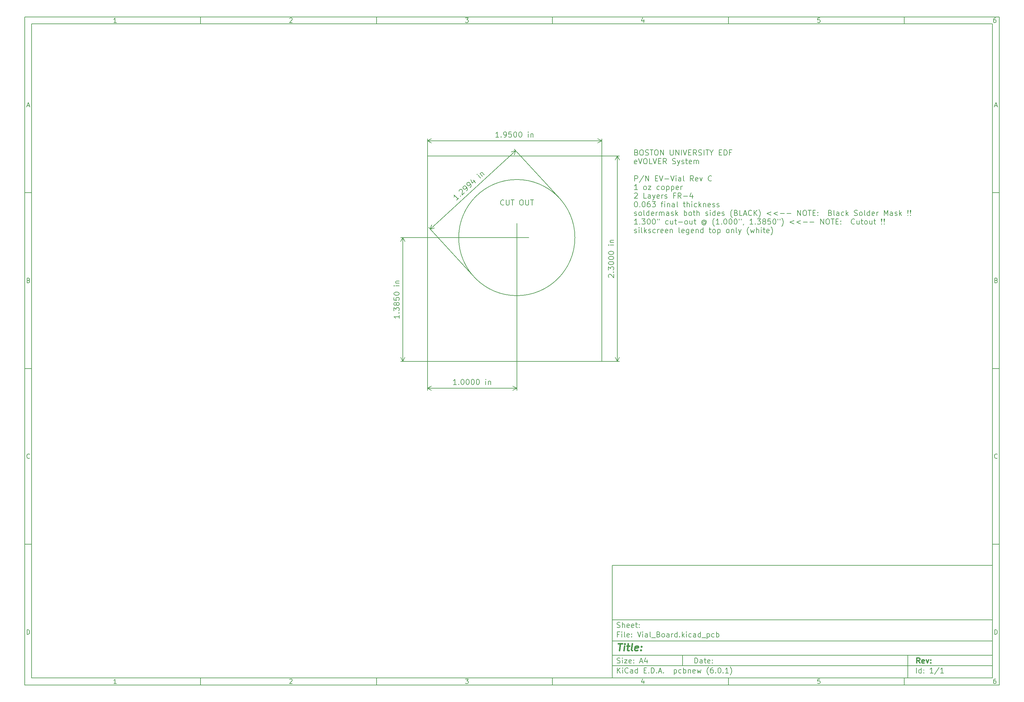
<source format=gbr>
%TF.GenerationSoftware,KiCad,Pcbnew,(6.0.1)*%
%TF.CreationDate,2022-03-10T11:24:42-03:00*%
%TF.ProjectId,Vial_Board,5669616c-5f42-46f6-9172-642e6b696361,rev?*%
%TF.SameCoordinates,Original*%
%TF.FileFunction,OtherDrawing,Comment*%
%FSLAX46Y46*%
G04 Gerber Fmt 4.6, Leading zero omitted, Abs format (unit mm)*
G04 Created by KiCad (PCBNEW (6.0.1)) date 2022-03-10 11:24:42*
%MOMM*%
%LPD*%
G01*
G04 APERTURE LIST*
%ADD10C,0.100000*%
%ADD11C,0.150000*%
%ADD12C,0.300000*%
%ADD13C,0.400000*%
%ADD14C,0.177800*%
%ADD15C,0.200000*%
%TA.AperFunction,Profile*%
%ADD16C,0.150000*%
%TD*%
G04 APERTURE END LIST*
D10*
D11*
X177002200Y-166007200D02*
X177002200Y-198007200D01*
X285002200Y-198007200D01*
X285002200Y-166007200D01*
X177002200Y-166007200D01*
D10*
D11*
X10000000Y-10000000D02*
X10000000Y-200007200D01*
X287002200Y-200007200D01*
X287002200Y-10000000D01*
X10000000Y-10000000D01*
D10*
D11*
X12000000Y-12000000D02*
X12000000Y-198007200D01*
X285002200Y-198007200D01*
X285002200Y-12000000D01*
X12000000Y-12000000D01*
D10*
D11*
X60000000Y-12000000D02*
X60000000Y-10000000D01*
D10*
D11*
X110000000Y-12000000D02*
X110000000Y-10000000D01*
D10*
D11*
X160000000Y-12000000D02*
X160000000Y-10000000D01*
D10*
D11*
X210000000Y-12000000D02*
X210000000Y-10000000D01*
D10*
D11*
X260000000Y-12000000D02*
X260000000Y-10000000D01*
D10*
D11*
X36065476Y-11588095D02*
X35322619Y-11588095D01*
X35694047Y-11588095D02*
X35694047Y-10288095D01*
X35570238Y-10473809D01*
X35446428Y-10597619D01*
X35322619Y-10659523D01*
D10*
D11*
X85322619Y-10411904D02*
X85384523Y-10350000D01*
X85508333Y-10288095D01*
X85817857Y-10288095D01*
X85941666Y-10350000D01*
X86003571Y-10411904D01*
X86065476Y-10535714D01*
X86065476Y-10659523D01*
X86003571Y-10845238D01*
X85260714Y-11588095D01*
X86065476Y-11588095D01*
D10*
D11*
X135260714Y-10288095D02*
X136065476Y-10288095D01*
X135632142Y-10783333D01*
X135817857Y-10783333D01*
X135941666Y-10845238D01*
X136003571Y-10907142D01*
X136065476Y-11030952D01*
X136065476Y-11340476D01*
X136003571Y-11464285D01*
X135941666Y-11526190D01*
X135817857Y-11588095D01*
X135446428Y-11588095D01*
X135322619Y-11526190D01*
X135260714Y-11464285D01*
D10*
D11*
X185941666Y-10721428D02*
X185941666Y-11588095D01*
X185632142Y-10226190D02*
X185322619Y-11154761D01*
X186127380Y-11154761D01*
D10*
D11*
X236003571Y-10288095D02*
X235384523Y-10288095D01*
X235322619Y-10907142D01*
X235384523Y-10845238D01*
X235508333Y-10783333D01*
X235817857Y-10783333D01*
X235941666Y-10845238D01*
X236003571Y-10907142D01*
X236065476Y-11030952D01*
X236065476Y-11340476D01*
X236003571Y-11464285D01*
X235941666Y-11526190D01*
X235817857Y-11588095D01*
X235508333Y-11588095D01*
X235384523Y-11526190D01*
X235322619Y-11464285D01*
D10*
D11*
X285941666Y-10288095D02*
X285694047Y-10288095D01*
X285570238Y-10350000D01*
X285508333Y-10411904D01*
X285384523Y-10597619D01*
X285322619Y-10845238D01*
X285322619Y-11340476D01*
X285384523Y-11464285D01*
X285446428Y-11526190D01*
X285570238Y-11588095D01*
X285817857Y-11588095D01*
X285941666Y-11526190D01*
X286003571Y-11464285D01*
X286065476Y-11340476D01*
X286065476Y-11030952D01*
X286003571Y-10907142D01*
X285941666Y-10845238D01*
X285817857Y-10783333D01*
X285570238Y-10783333D01*
X285446428Y-10845238D01*
X285384523Y-10907142D01*
X285322619Y-11030952D01*
D10*
D11*
X60000000Y-198007200D02*
X60000000Y-200007200D01*
D10*
D11*
X110000000Y-198007200D02*
X110000000Y-200007200D01*
D10*
D11*
X160000000Y-198007200D02*
X160000000Y-200007200D01*
D10*
D11*
X210000000Y-198007200D02*
X210000000Y-200007200D01*
D10*
D11*
X260000000Y-198007200D02*
X260000000Y-200007200D01*
D10*
D11*
X36065476Y-199595295D02*
X35322619Y-199595295D01*
X35694047Y-199595295D02*
X35694047Y-198295295D01*
X35570238Y-198481009D01*
X35446428Y-198604819D01*
X35322619Y-198666723D01*
D10*
D11*
X85322619Y-198419104D02*
X85384523Y-198357200D01*
X85508333Y-198295295D01*
X85817857Y-198295295D01*
X85941666Y-198357200D01*
X86003571Y-198419104D01*
X86065476Y-198542914D01*
X86065476Y-198666723D01*
X86003571Y-198852438D01*
X85260714Y-199595295D01*
X86065476Y-199595295D01*
D10*
D11*
X135260714Y-198295295D02*
X136065476Y-198295295D01*
X135632142Y-198790533D01*
X135817857Y-198790533D01*
X135941666Y-198852438D01*
X136003571Y-198914342D01*
X136065476Y-199038152D01*
X136065476Y-199347676D01*
X136003571Y-199471485D01*
X135941666Y-199533390D01*
X135817857Y-199595295D01*
X135446428Y-199595295D01*
X135322619Y-199533390D01*
X135260714Y-199471485D01*
D10*
D11*
X185941666Y-198728628D02*
X185941666Y-199595295D01*
X185632142Y-198233390D02*
X185322619Y-199161961D01*
X186127380Y-199161961D01*
D10*
D11*
X236003571Y-198295295D02*
X235384523Y-198295295D01*
X235322619Y-198914342D01*
X235384523Y-198852438D01*
X235508333Y-198790533D01*
X235817857Y-198790533D01*
X235941666Y-198852438D01*
X236003571Y-198914342D01*
X236065476Y-199038152D01*
X236065476Y-199347676D01*
X236003571Y-199471485D01*
X235941666Y-199533390D01*
X235817857Y-199595295D01*
X235508333Y-199595295D01*
X235384523Y-199533390D01*
X235322619Y-199471485D01*
D10*
D11*
X285941666Y-198295295D02*
X285694047Y-198295295D01*
X285570238Y-198357200D01*
X285508333Y-198419104D01*
X285384523Y-198604819D01*
X285322619Y-198852438D01*
X285322619Y-199347676D01*
X285384523Y-199471485D01*
X285446428Y-199533390D01*
X285570238Y-199595295D01*
X285817857Y-199595295D01*
X285941666Y-199533390D01*
X286003571Y-199471485D01*
X286065476Y-199347676D01*
X286065476Y-199038152D01*
X286003571Y-198914342D01*
X285941666Y-198852438D01*
X285817857Y-198790533D01*
X285570238Y-198790533D01*
X285446428Y-198852438D01*
X285384523Y-198914342D01*
X285322619Y-199038152D01*
D10*
D11*
X10000000Y-60000000D02*
X12000000Y-60000000D01*
D10*
D11*
X10000000Y-110000000D02*
X12000000Y-110000000D01*
D10*
D11*
X10000000Y-160000000D02*
X12000000Y-160000000D01*
D10*
D11*
X10690476Y-35216666D02*
X11309523Y-35216666D01*
X10566666Y-35588095D02*
X11000000Y-34288095D01*
X11433333Y-35588095D01*
D10*
D11*
X11092857Y-84907142D02*
X11278571Y-84969047D01*
X11340476Y-85030952D01*
X11402380Y-85154761D01*
X11402380Y-85340476D01*
X11340476Y-85464285D01*
X11278571Y-85526190D01*
X11154761Y-85588095D01*
X10659523Y-85588095D01*
X10659523Y-84288095D01*
X11092857Y-84288095D01*
X11216666Y-84350000D01*
X11278571Y-84411904D01*
X11340476Y-84535714D01*
X11340476Y-84659523D01*
X11278571Y-84783333D01*
X11216666Y-84845238D01*
X11092857Y-84907142D01*
X10659523Y-84907142D01*
D10*
D11*
X11402380Y-135464285D02*
X11340476Y-135526190D01*
X11154761Y-135588095D01*
X11030952Y-135588095D01*
X10845238Y-135526190D01*
X10721428Y-135402380D01*
X10659523Y-135278571D01*
X10597619Y-135030952D01*
X10597619Y-134845238D01*
X10659523Y-134597619D01*
X10721428Y-134473809D01*
X10845238Y-134350000D01*
X11030952Y-134288095D01*
X11154761Y-134288095D01*
X11340476Y-134350000D01*
X11402380Y-134411904D01*
D10*
D11*
X10659523Y-185588095D02*
X10659523Y-184288095D01*
X10969047Y-184288095D01*
X11154761Y-184350000D01*
X11278571Y-184473809D01*
X11340476Y-184597619D01*
X11402380Y-184845238D01*
X11402380Y-185030952D01*
X11340476Y-185278571D01*
X11278571Y-185402380D01*
X11154761Y-185526190D01*
X10969047Y-185588095D01*
X10659523Y-185588095D01*
D10*
D11*
X287002200Y-60000000D02*
X285002200Y-60000000D01*
D10*
D11*
X287002200Y-110000000D02*
X285002200Y-110000000D01*
D10*
D11*
X287002200Y-160000000D02*
X285002200Y-160000000D01*
D10*
D11*
X285692676Y-35216666D02*
X286311723Y-35216666D01*
X285568866Y-35588095D02*
X286002200Y-34288095D01*
X286435533Y-35588095D01*
D10*
D11*
X286095057Y-84907142D02*
X286280771Y-84969047D01*
X286342676Y-85030952D01*
X286404580Y-85154761D01*
X286404580Y-85340476D01*
X286342676Y-85464285D01*
X286280771Y-85526190D01*
X286156961Y-85588095D01*
X285661723Y-85588095D01*
X285661723Y-84288095D01*
X286095057Y-84288095D01*
X286218866Y-84350000D01*
X286280771Y-84411904D01*
X286342676Y-84535714D01*
X286342676Y-84659523D01*
X286280771Y-84783333D01*
X286218866Y-84845238D01*
X286095057Y-84907142D01*
X285661723Y-84907142D01*
D10*
D11*
X286404580Y-135464285D02*
X286342676Y-135526190D01*
X286156961Y-135588095D01*
X286033152Y-135588095D01*
X285847438Y-135526190D01*
X285723628Y-135402380D01*
X285661723Y-135278571D01*
X285599819Y-135030952D01*
X285599819Y-134845238D01*
X285661723Y-134597619D01*
X285723628Y-134473809D01*
X285847438Y-134350000D01*
X286033152Y-134288095D01*
X286156961Y-134288095D01*
X286342676Y-134350000D01*
X286404580Y-134411904D01*
D10*
D11*
X285661723Y-185588095D02*
X285661723Y-184288095D01*
X285971247Y-184288095D01*
X286156961Y-184350000D01*
X286280771Y-184473809D01*
X286342676Y-184597619D01*
X286404580Y-184845238D01*
X286404580Y-185030952D01*
X286342676Y-185278571D01*
X286280771Y-185402380D01*
X286156961Y-185526190D01*
X285971247Y-185588095D01*
X285661723Y-185588095D01*
D10*
D11*
X200434342Y-193785771D02*
X200434342Y-192285771D01*
X200791485Y-192285771D01*
X201005771Y-192357200D01*
X201148628Y-192500057D01*
X201220057Y-192642914D01*
X201291485Y-192928628D01*
X201291485Y-193142914D01*
X201220057Y-193428628D01*
X201148628Y-193571485D01*
X201005771Y-193714342D01*
X200791485Y-193785771D01*
X200434342Y-193785771D01*
X202577200Y-193785771D02*
X202577200Y-193000057D01*
X202505771Y-192857200D01*
X202362914Y-192785771D01*
X202077200Y-192785771D01*
X201934342Y-192857200D01*
X202577200Y-193714342D02*
X202434342Y-193785771D01*
X202077200Y-193785771D01*
X201934342Y-193714342D01*
X201862914Y-193571485D01*
X201862914Y-193428628D01*
X201934342Y-193285771D01*
X202077200Y-193214342D01*
X202434342Y-193214342D01*
X202577200Y-193142914D01*
X203077200Y-192785771D02*
X203648628Y-192785771D01*
X203291485Y-192285771D02*
X203291485Y-193571485D01*
X203362914Y-193714342D01*
X203505771Y-193785771D01*
X203648628Y-193785771D01*
X204720057Y-193714342D02*
X204577200Y-193785771D01*
X204291485Y-193785771D01*
X204148628Y-193714342D01*
X204077200Y-193571485D01*
X204077200Y-193000057D01*
X204148628Y-192857200D01*
X204291485Y-192785771D01*
X204577200Y-192785771D01*
X204720057Y-192857200D01*
X204791485Y-193000057D01*
X204791485Y-193142914D01*
X204077200Y-193285771D01*
X205434342Y-193642914D02*
X205505771Y-193714342D01*
X205434342Y-193785771D01*
X205362914Y-193714342D01*
X205434342Y-193642914D01*
X205434342Y-193785771D01*
X205434342Y-192857200D02*
X205505771Y-192928628D01*
X205434342Y-193000057D01*
X205362914Y-192928628D01*
X205434342Y-192857200D01*
X205434342Y-193000057D01*
D10*
D11*
X177002200Y-194507200D02*
X285002200Y-194507200D01*
D10*
D11*
X178434342Y-196585771D02*
X178434342Y-195085771D01*
X179291485Y-196585771D02*
X178648628Y-195728628D01*
X179291485Y-195085771D02*
X178434342Y-195942914D01*
X179934342Y-196585771D02*
X179934342Y-195585771D01*
X179934342Y-195085771D02*
X179862914Y-195157200D01*
X179934342Y-195228628D01*
X180005771Y-195157200D01*
X179934342Y-195085771D01*
X179934342Y-195228628D01*
X181505771Y-196442914D02*
X181434342Y-196514342D01*
X181220057Y-196585771D01*
X181077200Y-196585771D01*
X180862914Y-196514342D01*
X180720057Y-196371485D01*
X180648628Y-196228628D01*
X180577200Y-195942914D01*
X180577200Y-195728628D01*
X180648628Y-195442914D01*
X180720057Y-195300057D01*
X180862914Y-195157200D01*
X181077200Y-195085771D01*
X181220057Y-195085771D01*
X181434342Y-195157200D01*
X181505771Y-195228628D01*
X182791485Y-196585771D02*
X182791485Y-195800057D01*
X182720057Y-195657200D01*
X182577200Y-195585771D01*
X182291485Y-195585771D01*
X182148628Y-195657200D01*
X182791485Y-196514342D02*
X182648628Y-196585771D01*
X182291485Y-196585771D01*
X182148628Y-196514342D01*
X182077200Y-196371485D01*
X182077200Y-196228628D01*
X182148628Y-196085771D01*
X182291485Y-196014342D01*
X182648628Y-196014342D01*
X182791485Y-195942914D01*
X184148628Y-196585771D02*
X184148628Y-195085771D01*
X184148628Y-196514342D02*
X184005771Y-196585771D01*
X183720057Y-196585771D01*
X183577200Y-196514342D01*
X183505771Y-196442914D01*
X183434342Y-196300057D01*
X183434342Y-195871485D01*
X183505771Y-195728628D01*
X183577200Y-195657200D01*
X183720057Y-195585771D01*
X184005771Y-195585771D01*
X184148628Y-195657200D01*
X186005771Y-195800057D02*
X186505771Y-195800057D01*
X186720057Y-196585771D02*
X186005771Y-196585771D01*
X186005771Y-195085771D01*
X186720057Y-195085771D01*
X187362914Y-196442914D02*
X187434342Y-196514342D01*
X187362914Y-196585771D01*
X187291485Y-196514342D01*
X187362914Y-196442914D01*
X187362914Y-196585771D01*
X188077200Y-196585771D02*
X188077200Y-195085771D01*
X188434342Y-195085771D01*
X188648628Y-195157200D01*
X188791485Y-195300057D01*
X188862914Y-195442914D01*
X188934342Y-195728628D01*
X188934342Y-195942914D01*
X188862914Y-196228628D01*
X188791485Y-196371485D01*
X188648628Y-196514342D01*
X188434342Y-196585771D01*
X188077200Y-196585771D01*
X189577200Y-196442914D02*
X189648628Y-196514342D01*
X189577200Y-196585771D01*
X189505771Y-196514342D01*
X189577200Y-196442914D01*
X189577200Y-196585771D01*
X190220057Y-196157200D02*
X190934342Y-196157200D01*
X190077200Y-196585771D02*
X190577200Y-195085771D01*
X191077200Y-196585771D01*
X191577200Y-196442914D02*
X191648628Y-196514342D01*
X191577200Y-196585771D01*
X191505771Y-196514342D01*
X191577200Y-196442914D01*
X191577200Y-196585771D01*
X194577200Y-195585771D02*
X194577200Y-197085771D01*
X194577200Y-195657200D02*
X194720057Y-195585771D01*
X195005771Y-195585771D01*
X195148628Y-195657200D01*
X195220057Y-195728628D01*
X195291485Y-195871485D01*
X195291485Y-196300057D01*
X195220057Y-196442914D01*
X195148628Y-196514342D01*
X195005771Y-196585771D01*
X194720057Y-196585771D01*
X194577200Y-196514342D01*
X196577200Y-196514342D02*
X196434342Y-196585771D01*
X196148628Y-196585771D01*
X196005771Y-196514342D01*
X195934342Y-196442914D01*
X195862914Y-196300057D01*
X195862914Y-195871485D01*
X195934342Y-195728628D01*
X196005771Y-195657200D01*
X196148628Y-195585771D01*
X196434342Y-195585771D01*
X196577200Y-195657200D01*
X197220057Y-196585771D02*
X197220057Y-195085771D01*
X197220057Y-195657200D02*
X197362914Y-195585771D01*
X197648628Y-195585771D01*
X197791485Y-195657200D01*
X197862914Y-195728628D01*
X197934342Y-195871485D01*
X197934342Y-196300057D01*
X197862914Y-196442914D01*
X197791485Y-196514342D01*
X197648628Y-196585771D01*
X197362914Y-196585771D01*
X197220057Y-196514342D01*
X198577200Y-195585771D02*
X198577200Y-196585771D01*
X198577200Y-195728628D02*
X198648628Y-195657200D01*
X198791485Y-195585771D01*
X199005771Y-195585771D01*
X199148628Y-195657200D01*
X199220057Y-195800057D01*
X199220057Y-196585771D01*
X200505771Y-196514342D02*
X200362914Y-196585771D01*
X200077200Y-196585771D01*
X199934342Y-196514342D01*
X199862914Y-196371485D01*
X199862914Y-195800057D01*
X199934342Y-195657200D01*
X200077200Y-195585771D01*
X200362914Y-195585771D01*
X200505771Y-195657200D01*
X200577200Y-195800057D01*
X200577200Y-195942914D01*
X199862914Y-196085771D01*
X201077200Y-195585771D02*
X201362914Y-196585771D01*
X201648628Y-195871485D01*
X201934342Y-196585771D01*
X202220057Y-195585771D01*
X204362914Y-197157200D02*
X204291485Y-197085771D01*
X204148628Y-196871485D01*
X204077200Y-196728628D01*
X204005771Y-196514342D01*
X203934342Y-196157200D01*
X203934342Y-195871485D01*
X204005771Y-195514342D01*
X204077200Y-195300057D01*
X204148628Y-195157200D01*
X204291485Y-194942914D01*
X204362914Y-194871485D01*
X205577200Y-195085771D02*
X205291485Y-195085771D01*
X205148628Y-195157200D01*
X205077200Y-195228628D01*
X204934342Y-195442914D01*
X204862914Y-195728628D01*
X204862914Y-196300057D01*
X204934342Y-196442914D01*
X205005771Y-196514342D01*
X205148628Y-196585771D01*
X205434342Y-196585771D01*
X205577200Y-196514342D01*
X205648628Y-196442914D01*
X205720057Y-196300057D01*
X205720057Y-195942914D01*
X205648628Y-195800057D01*
X205577200Y-195728628D01*
X205434342Y-195657200D01*
X205148628Y-195657200D01*
X205005771Y-195728628D01*
X204934342Y-195800057D01*
X204862914Y-195942914D01*
X206362914Y-196442914D02*
X206434342Y-196514342D01*
X206362914Y-196585771D01*
X206291485Y-196514342D01*
X206362914Y-196442914D01*
X206362914Y-196585771D01*
X207362914Y-195085771D02*
X207505771Y-195085771D01*
X207648628Y-195157200D01*
X207720057Y-195228628D01*
X207791485Y-195371485D01*
X207862914Y-195657200D01*
X207862914Y-196014342D01*
X207791485Y-196300057D01*
X207720057Y-196442914D01*
X207648628Y-196514342D01*
X207505771Y-196585771D01*
X207362914Y-196585771D01*
X207220057Y-196514342D01*
X207148628Y-196442914D01*
X207077200Y-196300057D01*
X207005771Y-196014342D01*
X207005771Y-195657200D01*
X207077200Y-195371485D01*
X207148628Y-195228628D01*
X207220057Y-195157200D01*
X207362914Y-195085771D01*
X208505771Y-196442914D02*
X208577200Y-196514342D01*
X208505771Y-196585771D01*
X208434342Y-196514342D01*
X208505771Y-196442914D01*
X208505771Y-196585771D01*
X210005771Y-196585771D02*
X209148628Y-196585771D01*
X209577200Y-196585771D02*
X209577200Y-195085771D01*
X209434342Y-195300057D01*
X209291485Y-195442914D01*
X209148628Y-195514342D01*
X210505771Y-197157200D02*
X210577200Y-197085771D01*
X210720057Y-196871485D01*
X210791485Y-196728628D01*
X210862914Y-196514342D01*
X210934342Y-196157200D01*
X210934342Y-195871485D01*
X210862914Y-195514342D01*
X210791485Y-195300057D01*
X210720057Y-195157200D01*
X210577200Y-194942914D01*
X210505771Y-194871485D01*
D10*
D11*
X177002200Y-191507200D02*
X285002200Y-191507200D01*
D10*
D12*
X264411485Y-193785771D02*
X263911485Y-193071485D01*
X263554342Y-193785771D02*
X263554342Y-192285771D01*
X264125771Y-192285771D01*
X264268628Y-192357200D01*
X264340057Y-192428628D01*
X264411485Y-192571485D01*
X264411485Y-192785771D01*
X264340057Y-192928628D01*
X264268628Y-193000057D01*
X264125771Y-193071485D01*
X263554342Y-193071485D01*
X265625771Y-193714342D02*
X265482914Y-193785771D01*
X265197200Y-193785771D01*
X265054342Y-193714342D01*
X264982914Y-193571485D01*
X264982914Y-193000057D01*
X265054342Y-192857200D01*
X265197200Y-192785771D01*
X265482914Y-192785771D01*
X265625771Y-192857200D01*
X265697200Y-193000057D01*
X265697200Y-193142914D01*
X264982914Y-193285771D01*
X266197200Y-192785771D02*
X266554342Y-193785771D01*
X266911485Y-192785771D01*
X267482914Y-193642914D02*
X267554342Y-193714342D01*
X267482914Y-193785771D01*
X267411485Y-193714342D01*
X267482914Y-193642914D01*
X267482914Y-193785771D01*
X267482914Y-192857200D02*
X267554342Y-192928628D01*
X267482914Y-193000057D01*
X267411485Y-192928628D01*
X267482914Y-192857200D01*
X267482914Y-193000057D01*
D10*
D11*
X178362914Y-193714342D02*
X178577200Y-193785771D01*
X178934342Y-193785771D01*
X179077200Y-193714342D01*
X179148628Y-193642914D01*
X179220057Y-193500057D01*
X179220057Y-193357200D01*
X179148628Y-193214342D01*
X179077200Y-193142914D01*
X178934342Y-193071485D01*
X178648628Y-193000057D01*
X178505771Y-192928628D01*
X178434342Y-192857200D01*
X178362914Y-192714342D01*
X178362914Y-192571485D01*
X178434342Y-192428628D01*
X178505771Y-192357200D01*
X178648628Y-192285771D01*
X179005771Y-192285771D01*
X179220057Y-192357200D01*
X179862914Y-193785771D02*
X179862914Y-192785771D01*
X179862914Y-192285771D02*
X179791485Y-192357200D01*
X179862914Y-192428628D01*
X179934342Y-192357200D01*
X179862914Y-192285771D01*
X179862914Y-192428628D01*
X180434342Y-192785771D02*
X181220057Y-192785771D01*
X180434342Y-193785771D01*
X181220057Y-193785771D01*
X182362914Y-193714342D02*
X182220057Y-193785771D01*
X181934342Y-193785771D01*
X181791485Y-193714342D01*
X181720057Y-193571485D01*
X181720057Y-193000057D01*
X181791485Y-192857200D01*
X181934342Y-192785771D01*
X182220057Y-192785771D01*
X182362914Y-192857200D01*
X182434342Y-193000057D01*
X182434342Y-193142914D01*
X181720057Y-193285771D01*
X183077200Y-193642914D02*
X183148628Y-193714342D01*
X183077200Y-193785771D01*
X183005771Y-193714342D01*
X183077200Y-193642914D01*
X183077200Y-193785771D01*
X183077200Y-192857200D02*
X183148628Y-192928628D01*
X183077200Y-193000057D01*
X183005771Y-192928628D01*
X183077200Y-192857200D01*
X183077200Y-193000057D01*
X184862914Y-193357200D02*
X185577200Y-193357200D01*
X184720057Y-193785771D02*
X185220057Y-192285771D01*
X185720057Y-193785771D01*
X186862914Y-192785771D02*
X186862914Y-193785771D01*
X186505771Y-192214342D02*
X186148628Y-193285771D01*
X187077200Y-193285771D01*
D10*
D11*
X263434342Y-196585771D02*
X263434342Y-195085771D01*
X264791485Y-196585771D02*
X264791485Y-195085771D01*
X264791485Y-196514342D02*
X264648628Y-196585771D01*
X264362914Y-196585771D01*
X264220057Y-196514342D01*
X264148628Y-196442914D01*
X264077200Y-196300057D01*
X264077200Y-195871485D01*
X264148628Y-195728628D01*
X264220057Y-195657200D01*
X264362914Y-195585771D01*
X264648628Y-195585771D01*
X264791485Y-195657200D01*
X265505771Y-196442914D02*
X265577200Y-196514342D01*
X265505771Y-196585771D01*
X265434342Y-196514342D01*
X265505771Y-196442914D01*
X265505771Y-196585771D01*
X265505771Y-195657200D02*
X265577200Y-195728628D01*
X265505771Y-195800057D01*
X265434342Y-195728628D01*
X265505771Y-195657200D01*
X265505771Y-195800057D01*
X268148628Y-196585771D02*
X267291485Y-196585771D01*
X267720057Y-196585771D02*
X267720057Y-195085771D01*
X267577200Y-195300057D01*
X267434342Y-195442914D01*
X267291485Y-195514342D01*
X269862914Y-195014342D02*
X268577200Y-196942914D01*
X271148628Y-196585771D02*
X270291485Y-196585771D01*
X270720057Y-196585771D02*
X270720057Y-195085771D01*
X270577200Y-195300057D01*
X270434342Y-195442914D01*
X270291485Y-195514342D01*
D10*
D11*
X177002200Y-187507200D02*
X285002200Y-187507200D01*
D10*
D13*
X178714580Y-188211961D02*
X179857438Y-188211961D01*
X179036009Y-190211961D02*
X179286009Y-188211961D01*
X180274104Y-190211961D02*
X180440771Y-188878628D01*
X180524104Y-188211961D02*
X180416961Y-188307200D01*
X180500295Y-188402438D01*
X180607438Y-188307200D01*
X180524104Y-188211961D01*
X180500295Y-188402438D01*
X181107438Y-188878628D02*
X181869342Y-188878628D01*
X181476485Y-188211961D02*
X181262200Y-189926247D01*
X181333628Y-190116723D01*
X181512200Y-190211961D01*
X181702676Y-190211961D01*
X182655057Y-190211961D02*
X182476485Y-190116723D01*
X182405057Y-189926247D01*
X182619342Y-188211961D01*
X184190771Y-190116723D02*
X183988390Y-190211961D01*
X183607438Y-190211961D01*
X183428866Y-190116723D01*
X183357438Y-189926247D01*
X183452676Y-189164342D01*
X183571723Y-188973866D01*
X183774104Y-188878628D01*
X184155057Y-188878628D01*
X184333628Y-188973866D01*
X184405057Y-189164342D01*
X184381247Y-189354819D01*
X183405057Y-189545295D01*
X185155057Y-190021485D02*
X185238390Y-190116723D01*
X185131247Y-190211961D01*
X185047914Y-190116723D01*
X185155057Y-190021485D01*
X185131247Y-190211961D01*
X185286009Y-188973866D02*
X185369342Y-189069104D01*
X185262200Y-189164342D01*
X185178866Y-189069104D01*
X185286009Y-188973866D01*
X185262200Y-189164342D01*
D10*
D11*
X178934342Y-185600057D02*
X178434342Y-185600057D01*
X178434342Y-186385771D02*
X178434342Y-184885771D01*
X179148628Y-184885771D01*
X179720057Y-186385771D02*
X179720057Y-185385771D01*
X179720057Y-184885771D02*
X179648628Y-184957200D01*
X179720057Y-185028628D01*
X179791485Y-184957200D01*
X179720057Y-184885771D01*
X179720057Y-185028628D01*
X180648628Y-186385771D02*
X180505771Y-186314342D01*
X180434342Y-186171485D01*
X180434342Y-184885771D01*
X181791485Y-186314342D02*
X181648628Y-186385771D01*
X181362914Y-186385771D01*
X181220057Y-186314342D01*
X181148628Y-186171485D01*
X181148628Y-185600057D01*
X181220057Y-185457200D01*
X181362914Y-185385771D01*
X181648628Y-185385771D01*
X181791485Y-185457200D01*
X181862914Y-185600057D01*
X181862914Y-185742914D01*
X181148628Y-185885771D01*
X182505771Y-186242914D02*
X182577200Y-186314342D01*
X182505771Y-186385771D01*
X182434342Y-186314342D01*
X182505771Y-186242914D01*
X182505771Y-186385771D01*
X182505771Y-185457200D02*
X182577200Y-185528628D01*
X182505771Y-185600057D01*
X182434342Y-185528628D01*
X182505771Y-185457200D01*
X182505771Y-185600057D01*
X184148628Y-184885771D02*
X184648628Y-186385771D01*
X185148628Y-184885771D01*
X185648628Y-186385771D02*
X185648628Y-185385771D01*
X185648628Y-184885771D02*
X185577200Y-184957200D01*
X185648628Y-185028628D01*
X185720057Y-184957200D01*
X185648628Y-184885771D01*
X185648628Y-185028628D01*
X187005771Y-186385771D02*
X187005771Y-185600057D01*
X186934342Y-185457200D01*
X186791485Y-185385771D01*
X186505771Y-185385771D01*
X186362914Y-185457200D01*
X187005771Y-186314342D02*
X186862914Y-186385771D01*
X186505771Y-186385771D01*
X186362914Y-186314342D01*
X186291485Y-186171485D01*
X186291485Y-186028628D01*
X186362914Y-185885771D01*
X186505771Y-185814342D01*
X186862914Y-185814342D01*
X187005771Y-185742914D01*
X187934342Y-186385771D02*
X187791485Y-186314342D01*
X187720057Y-186171485D01*
X187720057Y-184885771D01*
X188148628Y-186528628D02*
X189291485Y-186528628D01*
X190148628Y-185600057D02*
X190362914Y-185671485D01*
X190434342Y-185742914D01*
X190505771Y-185885771D01*
X190505771Y-186100057D01*
X190434342Y-186242914D01*
X190362914Y-186314342D01*
X190220057Y-186385771D01*
X189648628Y-186385771D01*
X189648628Y-184885771D01*
X190148628Y-184885771D01*
X190291485Y-184957200D01*
X190362914Y-185028628D01*
X190434342Y-185171485D01*
X190434342Y-185314342D01*
X190362914Y-185457200D01*
X190291485Y-185528628D01*
X190148628Y-185600057D01*
X189648628Y-185600057D01*
X191362914Y-186385771D02*
X191220057Y-186314342D01*
X191148628Y-186242914D01*
X191077200Y-186100057D01*
X191077200Y-185671485D01*
X191148628Y-185528628D01*
X191220057Y-185457200D01*
X191362914Y-185385771D01*
X191577200Y-185385771D01*
X191720057Y-185457200D01*
X191791485Y-185528628D01*
X191862914Y-185671485D01*
X191862914Y-186100057D01*
X191791485Y-186242914D01*
X191720057Y-186314342D01*
X191577200Y-186385771D01*
X191362914Y-186385771D01*
X193148628Y-186385771D02*
X193148628Y-185600057D01*
X193077200Y-185457200D01*
X192934342Y-185385771D01*
X192648628Y-185385771D01*
X192505771Y-185457200D01*
X193148628Y-186314342D02*
X193005771Y-186385771D01*
X192648628Y-186385771D01*
X192505771Y-186314342D01*
X192434342Y-186171485D01*
X192434342Y-186028628D01*
X192505771Y-185885771D01*
X192648628Y-185814342D01*
X193005771Y-185814342D01*
X193148628Y-185742914D01*
X193862914Y-186385771D02*
X193862914Y-185385771D01*
X193862914Y-185671485D02*
X193934342Y-185528628D01*
X194005771Y-185457200D01*
X194148628Y-185385771D01*
X194291485Y-185385771D01*
X195434342Y-186385771D02*
X195434342Y-184885771D01*
X195434342Y-186314342D02*
X195291485Y-186385771D01*
X195005771Y-186385771D01*
X194862914Y-186314342D01*
X194791485Y-186242914D01*
X194720057Y-186100057D01*
X194720057Y-185671485D01*
X194791485Y-185528628D01*
X194862914Y-185457200D01*
X195005771Y-185385771D01*
X195291485Y-185385771D01*
X195434342Y-185457200D01*
X196148628Y-186242914D02*
X196220057Y-186314342D01*
X196148628Y-186385771D01*
X196077200Y-186314342D01*
X196148628Y-186242914D01*
X196148628Y-186385771D01*
X196862914Y-186385771D02*
X196862914Y-184885771D01*
X197005771Y-185814342D02*
X197434342Y-186385771D01*
X197434342Y-185385771D02*
X196862914Y-185957200D01*
X198077200Y-186385771D02*
X198077200Y-185385771D01*
X198077200Y-184885771D02*
X198005771Y-184957200D01*
X198077200Y-185028628D01*
X198148628Y-184957200D01*
X198077200Y-184885771D01*
X198077200Y-185028628D01*
X199434342Y-186314342D02*
X199291485Y-186385771D01*
X199005771Y-186385771D01*
X198862914Y-186314342D01*
X198791485Y-186242914D01*
X198720057Y-186100057D01*
X198720057Y-185671485D01*
X198791485Y-185528628D01*
X198862914Y-185457200D01*
X199005771Y-185385771D01*
X199291485Y-185385771D01*
X199434342Y-185457200D01*
X200720057Y-186385771D02*
X200720057Y-185600057D01*
X200648628Y-185457200D01*
X200505771Y-185385771D01*
X200220057Y-185385771D01*
X200077200Y-185457200D01*
X200720057Y-186314342D02*
X200577200Y-186385771D01*
X200220057Y-186385771D01*
X200077200Y-186314342D01*
X200005771Y-186171485D01*
X200005771Y-186028628D01*
X200077200Y-185885771D01*
X200220057Y-185814342D01*
X200577200Y-185814342D01*
X200720057Y-185742914D01*
X202077200Y-186385771D02*
X202077200Y-184885771D01*
X202077200Y-186314342D02*
X201934342Y-186385771D01*
X201648628Y-186385771D01*
X201505771Y-186314342D01*
X201434342Y-186242914D01*
X201362914Y-186100057D01*
X201362914Y-185671485D01*
X201434342Y-185528628D01*
X201505771Y-185457200D01*
X201648628Y-185385771D01*
X201934342Y-185385771D01*
X202077200Y-185457200D01*
X202434342Y-186528628D02*
X203577200Y-186528628D01*
X203934342Y-185385771D02*
X203934342Y-186885771D01*
X203934342Y-185457200D02*
X204077200Y-185385771D01*
X204362914Y-185385771D01*
X204505771Y-185457200D01*
X204577200Y-185528628D01*
X204648628Y-185671485D01*
X204648628Y-186100057D01*
X204577200Y-186242914D01*
X204505771Y-186314342D01*
X204362914Y-186385771D01*
X204077200Y-186385771D01*
X203934342Y-186314342D01*
X205934342Y-186314342D02*
X205791485Y-186385771D01*
X205505771Y-186385771D01*
X205362914Y-186314342D01*
X205291485Y-186242914D01*
X205220057Y-186100057D01*
X205220057Y-185671485D01*
X205291485Y-185528628D01*
X205362914Y-185457200D01*
X205505771Y-185385771D01*
X205791485Y-185385771D01*
X205934342Y-185457200D01*
X206577200Y-186385771D02*
X206577200Y-184885771D01*
X206577200Y-185457200D02*
X206720057Y-185385771D01*
X207005771Y-185385771D01*
X207148628Y-185457200D01*
X207220057Y-185528628D01*
X207291485Y-185671485D01*
X207291485Y-186100057D01*
X207220057Y-186242914D01*
X207148628Y-186314342D01*
X207005771Y-186385771D01*
X206720057Y-186385771D01*
X206577200Y-186314342D01*
D10*
D11*
X177002200Y-181507200D02*
X285002200Y-181507200D01*
D10*
D11*
X178362914Y-183614342D02*
X178577200Y-183685771D01*
X178934342Y-183685771D01*
X179077200Y-183614342D01*
X179148628Y-183542914D01*
X179220057Y-183400057D01*
X179220057Y-183257200D01*
X179148628Y-183114342D01*
X179077200Y-183042914D01*
X178934342Y-182971485D01*
X178648628Y-182900057D01*
X178505771Y-182828628D01*
X178434342Y-182757200D01*
X178362914Y-182614342D01*
X178362914Y-182471485D01*
X178434342Y-182328628D01*
X178505771Y-182257200D01*
X178648628Y-182185771D01*
X179005771Y-182185771D01*
X179220057Y-182257200D01*
X179862914Y-183685771D02*
X179862914Y-182185771D01*
X180505771Y-183685771D02*
X180505771Y-182900057D01*
X180434342Y-182757200D01*
X180291485Y-182685771D01*
X180077200Y-182685771D01*
X179934342Y-182757200D01*
X179862914Y-182828628D01*
X181791485Y-183614342D02*
X181648628Y-183685771D01*
X181362914Y-183685771D01*
X181220057Y-183614342D01*
X181148628Y-183471485D01*
X181148628Y-182900057D01*
X181220057Y-182757200D01*
X181362914Y-182685771D01*
X181648628Y-182685771D01*
X181791485Y-182757200D01*
X181862914Y-182900057D01*
X181862914Y-183042914D01*
X181148628Y-183185771D01*
X183077200Y-183614342D02*
X182934342Y-183685771D01*
X182648628Y-183685771D01*
X182505771Y-183614342D01*
X182434342Y-183471485D01*
X182434342Y-182900057D01*
X182505771Y-182757200D01*
X182648628Y-182685771D01*
X182934342Y-182685771D01*
X183077200Y-182757200D01*
X183148628Y-182900057D01*
X183148628Y-183042914D01*
X182434342Y-183185771D01*
X183577200Y-182685771D02*
X184148628Y-182685771D01*
X183791485Y-182185771D02*
X183791485Y-183471485D01*
X183862914Y-183614342D01*
X184005771Y-183685771D01*
X184148628Y-183685771D01*
X184648628Y-183542914D02*
X184720057Y-183614342D01*
X184648628Y-183685771D01*
X184577200Y-183614342D01*
X184648628Y-183542914D01*
X184648628Y-183685771D01*
X184648628Y-182757200D02*
X184720057Y-182828628D01*
X184648628Y-182900057D01*
X184577200Y-182828628D01*
X184648628Y-182757200D01*
X184648628Y-182900057D01*
D10*
D12*
D10*
D11*
D10*
D11*
D10*
D11*
D10*
D11*
D10*
D11*
X197002200Y-191507200D02*
X197002200Y-194507200D01*
D10*
D11*
X261002200Y-191507200D02*
X261002200Y-198007200D01*
D14*
X116462628Y-94823642D02*
X116462628Y-95694500D01*
X116462628Y-95259071D02*
X114938628Y-95259071D01*
X115156342Y-95404214D01*
X115301485Y-95549357D01*
X115374057Y-95694500D01*
X116317485Y-94170500D02*
X116390057Y-94097928D01*
X116462628Y-94170500D01*
X116390057Y-94243071D01*
X116317485Y-94170500D01*
X116462628Y-94170500D01*
X114938628Y-93589928D02*
X114938628Y-92646500D01*
X115519200Y-93154500D01*
X115519200Y-92936785D01*
X115591771Y-92791642D01*
X115664342Y-92719071D01*
X115809485Y-92646500D01*
X116172342Y-92646500D01*
X116317485Y-92719071D01*
X116390057Y-92791642D01*
X116462628Y-92936785D01*
X116462628Y-93372214D01*
X116390057Y-93517357D01*
X116317485Y-93589928D01*
X115591771Y-91775642D02*
X115519200Y-91920785D01*
X115446628Y-91993357D01*
X115301485Y-92065928D01*
X115228914Y-92065928D01*
X115083771Y-91993357D01*
X115011200Y-91920785D01*
X114938628Y-91775642D01*
X114938628Y-91485357D01*
X115011200Y-91340214D01*
X115083771Y-91267642D01*
X115228914Y-91195071D01*
X115301485Y-91195071D01*
X115446628Y-91267642D01*
X115519200Y-91340214D01*
X115591771Y-91485357D01*
X115591771Y-91775642D01*
X115664342Y-91920785D01*
X115736914Y-91993357D01*
X115882057Y-92065928D01*
X116172342Y-92065928D01*
X116317485Y-91993357D01*
X116390057Y-91920785D01*
X116462628Y-91775642D01*
X116462628Y-91485357D01*
X116390057Y-91340214D01*
X116317485Y-91267642D01*
X116172342Y-91195071D01*
X115882057Y-91195071D01*
X115736914Y-91267642D01*
X115664342Y-91340214D01*
X115591771Y-91485357D01*
X114938628Y-89816214D02*
X114938628Y-90541928D01*
X115664342Y-90614500D01*
X115591771Y-90541928D01*
X115519200Y-90396785D01*
X115519200Y-90033928D01*
X115591771Y-89888785D01*
X115664342Y-89816214D01*
X115809485Y-89743642D01*
X116172342Y-89743642D01*
X116317485Y-89816214D01*
X116390057Y-89888785D01*
X116462628Y-90033928D01*
X116462628Y-90396785D01*
X116390057Y-90541928D01*
X116317485Y-90614500D01*
X114938628Y-88800214D02*
X114938628Y-88655071D01*
X115011200Y-88509928D01*
X115083771Y-88437357D01*
X115228914Y-88364785D01*
X115519200Y-88292214D01*
X115882057Y-88292214D01*
X116172342Y-88364785D01*
X116317485Y-88437357D01*
X116390057Y-88509928D01*
X116462628Y-88655071D01*
X116462628Y-88800214D01*
X116390057Y-88945357D01*
X116317485Y-89017928D01*
X116172342Y-89090500D01*
X115882057Y-89163071D01*
X115519200Y-89163071D01*
X115228914Y-89090500D01*
X115083771Y-89017928D01*
X115011200Y-88945357D01*
X114938628Y-88800214D01*
X116462628Y-86477928D02*
X115446628Y-86477928D01*
X114938628Y-86477928D02*
X115011200Y-86550500D01*
X115083771Y-86477928D01*
X115011200Y-86405357D01*
X114938628Y-86477928D01*
X115083771Y-86477928D01*
X115446628Y-85752214D02*
X116462628Y-85752214D01*
X115591771Y-85752214D02*
X115519200Y-85679642D01*
X115446628Y-85534500D01*
X115446628Y-85316785D01*
X115519200Y-85171642D01*
X115664342Y-85099071D01*
X116462628Y-85099071D01*
X149860000Y-72771000D02*
X116888580Y-72771000D01*
X149860000Y-107950000D02*
X116888580Y-107950000D01*
X117475000Y-72771000D02*
X117475000Y-107950000D01*
X117475000Y-72771000D02*
X117475000Y-107950000D01*
X117475000Y-72771000D02*
X116888579Y-73897504D01*
X117475000Y-72771000D02*
X118061421Y-73897504D01*
X117475000Y-107950000D02*
X118061421Y-106823496D01*
X117475000Y-107950000D02*
X116888579Y-106823496D01*
X132696857Y-114557628D02*
X131826000Y-114557628D01*
X132261428Y-114557628D02*
X132261428Y-113033628D01*
X132116285Y-113251342D01*
X131971142Y-113396485D01*
X131826000Y-113469057D01*
X133350000Y-114412485D02*
X133422571Y-114485057D01*
X133350000Y-114557628D01*
X133277428Y-114485057D01*
X133350000Y-114412485D01*
X133350000Y-114557628D01*
X134366000Y-113033628D02*
X134511142Y-113033628D01*
X134656285Y-113106200D01*
X134728857Y-113178771D01*
X134801428Y-113323914D01*
X134874000Y-113614200D01*
X134874000Y-113977057D01*
X134801428Y-114267342D01*
X134728857Y-114412485D01*
X134656285Y-114485057D01*
X134511142Y-114557628D01*
X134366000Y-114557628D01*
X134220857Y-114485057D01*
X134148285Y-114412485D01*
X134075714Y-114267342D01*
X134003142Y-113977057D01*
X134003142Y-113614200D01*
X134075714Y-113323914D01*
X134148285Y-113178771D01*
X134220857Y-113106200D01*
X134366000Y-113033628D01*
X135817428Y-113033628D02*
X135962571Y-113033628D01*
X136107714Y-113106200D01*
X136180285Y-113178771D01*
X136252857Y-113323914D01*
X136325428Y-113614200D01*
X136325428Y-113977057D01*
X136252857Y-114267342D01*
X136180285Y-114412485D01*
X136107714Y-114485057D01*
X135962571Y-114557628D01*
X135817428Y-114557628D01*
X135672285Y-114485057D01*
X135599714Y-114412485D01*
X135527142Y-114267342D01*
X135454571Y-113977057D01*
X135454571Y-113614200D01*
X135527142Y-113323914D01*
X135599714Y-113178771D01*
X135672285Y-113106200D01*
X135817428Y-113033628D01*
X137268857Y-113033628D02*
X137414000Y-113033628D01*
X137559142Y-113106200D01*
X137631714Y-113178771D01*
X137704285Y-113323914D01*
X137776857Y-113614200D01*
X137776857Y-113977057D01*
X137704285Y-114267342D01*
X137631714Y-114412485D01*
X137559142Y-114485057D01*
X137414000Y-114557628D01*
X137268857Y-114557628D01*
X137123714Y-114485057D01*
X137051142Y-114412485D01*
X136978571Y-114267342D01*
X136906000Y-113977057D01*
X136906000Y-113614200D01*
X136978571Y-113323914D01*
X137051142Y-113178771D01*
X137123714Y-113106200D01*
X137268857Y-113033628D01*
X138720285Y-113033628D02*
X138865428Y-113033628D01*
X139010571Y-113106200D01*
X139083142Y-113178771D01*
X139155714Y-113323914D01*
X139228285Y-113614200D01*
X139228285Y-113977057D01*
X139155714Y-114267342D01*
X139083142Y-114412485D01*
X139010571Y-114485057D01*
X138865428Y-114557628D01*
X138720285Y-114557628D01*
X138575142Y-114485057D01*
X138502571Y-114412485D01*
X138430000Y-114267342D01*
X138357428Y-113977057D01*
X138357428Y-113614200D01*
X138430000Y-113323914D01*
X138502571Y-113178771D01*
X138575142Y-113106200D01*
X138720285Y-113033628D01*
X141042571Y-114557628D02*
X141042571Y-113541628D01*
X141042571Y-113033628D02*
X140970000Y-113106200D01*
X141042571Y-113178771D01*
X141115142Y-113106200D01*
X141042571Y-113033628D01*
X141042571Y-113178771D01*
X141768285Y-113541628D02*
X141768285Y-114557628D01*
X141768285Y-113686771D02*
X141840857Y-113614200D01*
X141986000Y-113541628D01*
X142203714Y-113541628D01*
X142348857Y-113614200D01*
X142421428Y-113759342D01*
X142421428Y-114557628D01*
X124460000Y-72390000D02*
X124460000Y-116156420D01*
X149860000Y-72390000D02*
X149860000Y-116156420D01*
X124460000Y-115570000D02*
X149860000Y-115570000D01*
X124460000Y-115570000D02*
X149860000Y-115570000D01*
X124460000Y-115570000D02*
X125586504Y-116156421D01*
X124460000Y-115570000D02*
X125586504Y-114983579D01*
X149860000Y-115570000D02*
X148733496Y-114983579D01*
X149860000Y-115570000D02*
X148733496Y-116156421D01*
D15*
X149860000Y-72771000D02*
X146939000Y-72771000D01*
X149860000Y-72771000D02*
X149860000Y-75946000D01*
X149860000Y-72771000D02*
X153289000Y-72771000D01*
X149860000Y-72771000D02*
X149860000Y-68707000D01*
D14*
X133409010Y-61457505D02*
X132767639Y-62046602D01*
X133088324Y-61752053D02*
X132057405Y-60629653D01*
X132097784Y-60888179D01*
X132089072Y-61093257D01*
X132031268Y-61244888D01*
X133791856Y-60908787D02*
X133894395Y-60913144D01*
X133890039Y-61015683D01*
X133787500Y-61011326D01*
X133791856Y-60908787D01*
X133890039Y-61015683D01*
X133438331Y-59558355D02*
X133442687Y-59455816D01*
X133500491Y-59304186D01*
X133767729Y-59058729D01*
X133923716Y-59013994D01*
X134026255Y-59018350D01*
X134177885Y-59076154D01*
X134276068Y-59183049D01*
X134369894Y-59392484D01*
X134317620Y-60622952D01*
X135012439Y-59984764D01*
X135546915Y-59493850D02*
X135760705Y-59297484D01*
X135818509Y-59145854D01*
X135822865Y-59043315D01*
X135782487Y-58784789D01*
X135639569Y-58521907D01*
X135246837Y-58094326D01*
X135095207Y-58036522D01*
X134992668Y-58032166D01*
X134836681Y-58076901D01*
X134622891Y-58273267D01*
X134565087Y-58424897D01*
X134560731Y-58527436D01*
X134605466Y-58683423D01*
X134850923Y-58950661D01*
X135002553Y-59008465D01*
X135105092Y-59012821D01*
X135261079Y-58968086D01*
X135474869Y-58771720D01*
X135532673Y-58620090D01*
X135537030Y-58517551D01*
X135492294Y-58361564D01*
X136615867Y-58512022D02*
X136829658Y-58315656D01*
X136887462Y-58164026D01*
X136891818Y-58061487D01*
X136851439Y-57802961D01*
X136708521Y-57540080D01*
X136315790Y-57112499D01*
X136164159Y-57054695D01*
X136061620Y-57050338D01*
X135905634Y-57095074D01*
X135691843Y-57291439D01*
X135634040Y-57443070D01*
X135629683Y-57545609D01*
X135674418Y-57701595D01*
X135919875Y-57968833D01*
X136071506Y-58026637D01*
X136174045Y-58030993D01*
X136330031Y-57986258D01*
X136543822Y-57789893D01*
X136601626Y-57638262D01*
X136605982Y-57535723D01*
X136561247Y-57379737D01*
X137425121Y-56389196D02*
X138112401Y-57137463D01*
X136765152Y-56207072D02*
X137234285Y-57254244D01*
X137929104Y-56616056D01*
X139555486Y-55811996D02*
X138868207Y-55063729D01*
X138524567Y-54689596D02*
X138520211Y-54792135D01*
X138622750Y-54796491D01*
X138627106Y-54693952D01*
X138524567Y-54689596D01*
X138622750Y-54796491D01*
X139402683Y-54572815D02*
X140089962Y-55321082D01*
X139500866Y-54679710D02*
X139505222Y-54577171D01*
X139563026Y-54425541D01*
X139723369Y-54278267D01*
X139879355Y-54233532D01*
X140030986Y-54291336D01*
X140570991Y-54879259D01*
X162306000Y-61925200D02*
X149138077Y-47588792D01*
X137998200Y-84251800D02*
X124830277Y-69915392D01*
X149534764Y-48020680D02*
X125226964Y-70347280D01*
X149534764Y-48020680D02*
X125226964Y-70347280D01*
X149534764Y-48020680D02*
X148308425Y-48350821D01*
X149534764Y-48020680D02*
X149101801Y-49214599D01*
X125226964Y-70347280D02*
X126453303Y-70017139D01*
X125226964Y-70347280D02*
X125659927Y-69153361D01*
X146195142Y-63409285D02*
X146122571Y-63481857D01*
X145904857Y-63554428D01*
X145759714Y-63554428D01*
X145542000Y-63481857D01*
X145396857Y-63336714D01*
X145324285Y-63191571D01*
X145251714Y-62901285D01*
X145251714Y-62683571D01*
X145324285Y-62393285D01*
X145396857Y-62248142D01*
X145542000Y-62103000D01*
X145759714Y-62030428D01*
X145904857Y-62030428D01*
X146122571Y-62103000D01*
X146195142Y-62175571D01*
X146848285Y-62030428D02*
X146848285Y-63264142D01*
X146920857Y-63409285D01*
X146993428Y-63481857D01*
X147138571Y-63554428D01*
X147428857Y-63554428D01*
X147574000Y-63481857D01*
X147646571Y-63409285D01*
X147719142Y-63264142D01*
X147719142Y-62030428D01*
X148227142Y-62030428D02*
X149098000Y-62030428D01*
X148662571Y-63554428D02*
X148662571Y-62030428D01*
X151057428Y-62030428D02*
X151347714Y-62030428D01*
X151492857Y-62103000D01*
X151638000Y-62248142D01*
X151710571Y-62538428D01*
X151710571Y-63046428D01*
X151638000Y-63336714D01*
X151492857Y-63481857D01*
X151347714Y-63554428D01*
X151057428Y-63554428D01*
X150912285Y-63481857D01*
X150767142Y-63336714D01*
X150694571Y-63046428D01*
X150694571Y-62538428D01*
X150767142Y-62248142D01*
X150912285Y-62103000D01*
X151057428Y-62030428D01*
X152363714Y-62030428D02*
X152363714Y-63264142D01*
X152436285Y-63409285D01*
X152508857Y-63481857D01*
X152654000Y-63554428D01*
X152944285Y-63554428D01*
X153089428Y-63481857D01*
X153162000Y-63409285D01*
X153234571Y-63264142D01*
X153234571Y-62030428D01*
X153742571Y-62030428D02*
X154613428Y-62030428D01*
X154178000Y-63554428D02*
X154178000Y-62030428D01*
X144761857Y-44199628D02*
X143891000Y-44199628D01*
X144326428Y-44199628D02*
X144326428Y-42675628D01*
X144181285Y-42893342D01*
X144036142Y-43038485D01*
X143891000Y-43111057D01*
X145415000Y-44054485D02*
X145487571Y-44127057D01*
X145415000Y-44199628D01*
X145342428Y-44127057D01*
X145415000Y-44054485D01*
X145415000Y-44199628D01*
X146213285Y-44199628D02*
X146503571Y-44199628D01*
X146648714Y-44127057D01*
X146721285Y-44054485D01*
X146866428Y-43836771D01*
X146939000Y-43546485D01*
X146939000Y-42965914D01*
X146866428Y-42820771D01*
X146793857Y-42748200D01*
X146648714Y-42675628D01*
X146358428Y-42675628D01*
X146213285Y-42748200D01*
X146140714Y-42820771D01*
X146068142Y-42965914D01*
X146068142Y-43328771D01*
X146140714Y-43473914D01*
X146213285Y-43546485D01*
X146358428Y-43619057D01*
X146648714Y-43619057D01*
X146793857Y-43546485D01*
X146866428Y-43473914D01*
X146939000Y-43328771D01*
X148317857Y-42675628D02*
X147592142Y-42675628D01*
X147519571Y-43401342D01*
X147592142Y-43328771D01*
X147737285Y-43256200D01*
X148100142Y-43256200D01*
X148245285Y-43328771D01*
X148317857Y-43401342D01*
X148390428Y-43546485D01*
X148390428Y-43909342D01*
X148317857Y-44054485D01*
X148245285Y-44127057D01*
X148100142Y-44199628D01*
X147737285Y-44199628D01*
X147592142Y-44127057D01*
X147519571Y-44054485D01*
X149333857Y-42675628D02*
X149479000Y-42675628D01*
X149624142Y-42748200D01*
X149696714Y-42820771D01*
X149769285Y-42965914D01*
X149841857Y-43256200D01*
X149841857Y-43619057D01*
X149769285Y-43909342D01*
X149696714Y-44054485D01*
X149624142Y-44127057D01*
X149479000Y-44199628D01*
X149333857Y-44199628D01*
X149188714Y-44127057D01*
X149116142Y-44054485D01*
X149043571Y-43909342D01*
X148971000Y-43619057D01*
X148971000Y-43256200D01*
X149043571Y-42965914D01*
X149116142Y-42820771D01*
X149188714Y-42748200D01*
X149333857Y-42675628D01*
X150785285Y-42675628D02*
X150930428Y-42675628D01*
X151075571Y-42748200D01*
X151148142Y-42820771D01*
X151220714Y-42965914D01*
X151293285Y-43256200D01*
X151293285Y-43619057D01*
X151220714Y-43909342D01*
X151148142Y-44054485D01*
X151075571Y-44127057D01*
X150930428Y-44199628D01*
X150785285Y-44199628D01*
X150640142Y-44127057D01*
X150567571Y-44054485D01*
X150495000Y-43909342D01*
X150422428Y-43619057D01*
X150422428Y-43256200D01*
X150495000Y-42965914D01*
X150567571Y-42820771D01*
X150640142Y-42748200D01*
X150785285Y-42675628D01*
X153107571Y-44199628D02*
X153107571Y-43183628D01*
X153107571Y-42675628D02*
X153035000Y-42748200D01*
X153107571Y-42820771D01*
X153180142Y-42748200D01*
X153107571Y-42675628D01*
X153107571Y-42820771D01*
X153833285Y-43183628D02*
X153833285Y-44199628D01*
X153833285Y-43328771D02*
X153905857Y-43256200D01*
X154051000Y-43183628D01*
X154268714Y-43183628D01*
X154413857Y-43256200D01*
X154486428Y-43401342D01*
X154486428Y-44199628D01*
X173990000Y-49530000D02*
X173990000Y-44625580D01*
X124460000Y-49530000D02*
X124460000Y-44625580D01*
X173990000Y-45212000D02*
X124460000Y-45212000D01*
X173990000Y-45212000D02*
X124460000Y-45212000D01*
X173990000Y-45212000D02*
X172863496Y-44625579D01*
X173990000Y-45212000D02*
X172863496Y-45798421D01*
X124460000Y-45212000D02*
X125586504Y-45798421D01*
X124460000Y-45212000D02*
X125586504Y-44625579D01*
X176043771Y-84074000D02*
X175971200Y-84001428D01*
X175898628Y-83856285D01*
X175898628Y-83493428D01*
X175971200Y-83348285D01*
X176043771Y-83275714D01*
X176188914Y-83203142D01*
X176334057Y-83203142D01*
X176551771Y-83275714D01*
X177422628Y-84146571D01*
X177422628Y-83203142D01*
X177277485Y-82550000D02*
X177350057Y-82477428D01*
X177422628Y-82550000D01*
X177350057Y-82622571D01*
X177277485Y-82550000D01*
X177422628Y-82550000D01*
X175898628Y-81969428D02*
X175898628Y-81026000D01*
X176479200Y-81534000D01*
X176479200Y-81316285D01*
X176551771Y-81171142D01*
X176624342Y-81098571D01*
X176769485Y-81026000D01*
X177132342Y-81026000D01*
X177277485Y-81098571D01*
X177350057Y-81171142D01*
X177422628Y-81316285D01*
X177422628Y-81751714D01*
X177350057Y-81896857D01*
X177277485Y-81969428D01*
X175898628Y-80082571D02*
X175898628Y-79937428D01*
X175971200Y-79792285D01*
X176043771Y-79719714D01*
X176188914Y-79647142D01*
X176479200Y-79574571D01*
X176842057Y-79574571D01*
X177132342Y-79647142D01*
X177277485Y-79719714D01*
X177350057Y-79792285D01*
X177422628Y-79937428D01*
X177422628Y-80082571D01*
X177350057Y-80227714D01*
X177277485Y-80300285D01*
X177132342Y-80372857D01*
X176842057Y-80445428D01*
X176479200Y-80445428D01*
X176188914Y-80372857D01*
X176043771Y-80300285D01*
X175971200Y-80227714D01*
X175898628Y-80082571D01*
X175898628Y-78631142D02*
X175898628Y-78486000D01*
X175971200Y-78340857D01*
X176043771Y-78268285D01*
X176188914Y-78195714D01*
X176479200Y-78123142D01*
X176842057Y-78123142D01*
X177132342Y-78195714D01*
X177277485Y-78268285D01*
X177350057Y-78340857D01*
X177422628Y-78486000D01*
X177422628Y-78631142D01*
X177350057Y-78776285D01*
X177277485Y-78848857D01*
X177132342Y-78921428D01*
X176842057Y-78994000D01*
X176479200Y-78994000D01*
X176188914Y-78921428D01*
X176043771Y-78848857D01*
X175971200Y-78776285D01*
X175898628Y-78631142D01*
X175898628Y-77179714D02*
X175898628Y-77034571D01*
X175971200Y-76889428D01*
X176043771Y-76816857D01*
X176188914Y-76744285D01*
X176479200Y-76671714D01*
X176842057Y-76671714D01*
X177132342Y-76744285D01*
X177277485Y-76816857D01*
X177350057Y-76889428D01*
X177422628Y-77034571D01*
X177422628Y-77179714D01*
X177350057Y-77324857D01*
X177277485Y-77397428D01*
X177132342Y-77470000D01*
X176842057Y-77542571D01*
X176479200Y-77542571D01*
X176188914Y-77470000D01*
X176043771Y-77397428D01*
X175971200Y-77324857D01*
X175898628Y-77179714D01*
X177422628Y-74857428D02*
X176406628Y-74857428D01*
X175898628Y-74857428D02*
X175971200Y-74930000D01*
X176043771Y-74857428D01*
X175971200Y-74784857D01*
X175898628Y-74857428D01*
X176043771Y-74857428D01*
X176406628Y-74131714D02*
X177422628Y-74131714D01*
X176551771Y-74131714D02*
X176479200Y-74059142D01*
X176406628Y-73914000D01*
X176406628Y-73696285D01*
X176479200Y-73551142D01*
X176624342Y-73478571D01*
X177422628Y-73478571D01*
X173990000Y-107950000D02*
X179021420Y-107950000D01*
X173990000Y-49530000D02*
X179021420Y-49530000D01*
X178435000Y-107950000D02*
X178435000Y-49530000D01*
X178435000Y-107950000D02*
X178435000Y-49530000D01*
X178435000Y-107950000D02*
X179021421Y-106823496D01*
X178435000Y-107950000D02*
X177848579Y-106823496D01*
X178435000Y-49530000D02*
X177848579Y-50656504D01*
X178435000Y-49530000D02*
X179021421Y-50656504D01*
X183866427Y-48539762D02*
X184084141Y-48612334D01*
X184156712Y-48684905D01*
X184229284Y-48830048D01*
X184229284Y-49047762D01*
X184156712Y-49192905D01*
X184084141Y-49265477D01*
X183938998Y-49338048D01*
X183358427Y-49338048D01*
X183358427Y-47814048D01*
X183866427Y-47814048D01*
X184011570Y-47886620D01*
X184084141Y-47959191D01*
X184156712Y-48104334D01*
X184156712Y-48249477D01*
X184084141Y-48394620D01*
X184011570Y-48467191D01*
X183866427Y-48539762D01*
X183358427Y-48539762D01*
X185172712Y-47814048D02*
X185462998Y-47814048D01*
X185608141Y-47886620D01*
X185753284Y-48031762D01*
X185825855Y-48322048D01*
X185825855Y-48830048D01*
X185753284Y-49120334D01*
X185608141Y-49265477D01*
X185462998Y-49338048D01*
X185172712Y-49338048D01*
X185027570Y-49265477D01*
X184882427Y-49120334D01*
X184809855Y-48830048D01*
X184809855Y-48322048D01*
X184882427Y-48031762D01*
X185027570Y-47886620D01*
X185172712Y-47814048D01*
X186406427Y-49265477D02*
X186624141Y-49338048D01*
X186986998Y-49338048D01*
X187132141Y-49265477D01*
X187204712Y-49192905D01*
X187277284Y-49047762D01*
X187277284Y-48902620D01*
X187204712Y-48757477D01*
X187132141Y-48684905D01*
X186986998Y-48612334D01*
X186696712Y-48539762D01*
X186551570Y-48467191D01*
X186478998Y-48394620D01*
X186406427Y-48249477D01*
X186406427Y-48104334D01*
X186478998Y-47959191D01*
X186551570Y-47886620D01*
X186696712Y-47814048D01*
X187059570Y-47814048D01*
X187277284Y-47886620D01*
X187712712Y-47814048D02*
X188583570Y-47814048D01*
X188148141Y-49338048D02*
X188148141Y-47814048D01*
X189381855Y-47814048D02*
X189672141Y-47814048D01*
X189817284Y-47886620D01*
X189962427Y-48031762D01*
X190034998Y-48322048D01*
X190034998Y-48830048D01*
X189962427Y-49120334D01*
X189817284Y-49265477D01*
X189672141Y-49338048D01*
X189381855Y-49338048D01*
X189236712Y-49265477D01*
X189091570Y-49120334D01*
X189018998Y-48830048D01*
X189018998Y-48322048D01*
X189091570Y-48031762D01*
X189236712Y-47886620D01*
X189381855Y-47814048D01*
X190688141Y-49338048D02*
X190688141Y-47814048D01*
X191558998Y-49338048D01*
X191558998Y-47814048D01*
X193445855Y-47814048D02*
X193445855Y-49047762D01*
X193518427Y-49192905D01*
X193590998Y-49265477D01*
X193736141Y-49338048D01*
X194026427Y-49338048D01*
X194171570Y-49265477D01*
X194244141Y-49192905D01*
X194316712Y-49047762D01*
X194316712Y-47814048D01*
X195042427Y-49338048D02*
X195042427Y-47814048D01*
X195913284Y-49338048D01*
X195913284Y-47814048D01*
X196638998Y-49338048D02*
X196638998Y-47814048D01*
X197146998Y-47814048D02*
X197654998Y-49338048D01*
X198162998Y-47814048D01*
X198670998Y-48539762D02*
X199178998Y-48539762D01*
X199396712Y-49338048D02*
X198670998Y-49338048D01*
X198670998Y-47814048D01*
X199396712Y-47814048D01*
X200920712Y-49338048D02*
X200412712Y-48612334D01*
X200049855Y-49338048D02*
X200049855Y-47814048D01*
X200630427Y-47814048D01*
X200775570Y-47886620D01*
X200848141Y-47959191D01*
X200920712Y-48104334D01*
X200920712Y-48322048D01*
X200848141Y-48467191D01*
X200775570Y-48539762D01*
X200630427Y-48612334D01*
X200049855Y-48612334D01*
X201501284Y-49265477D02*
X201718998Y-49338048D01*
X202081855Y-49338048D01*
X202226998Y-49265477D01*
X202299570Y-49192905D01*
X202372141Y-49047762D01*
X202372141Y-48902620D01*
X202299570Y-48757477D01*
X202226998Y-48684905D01*
X202081855Y-48612334D01*
X201791570Y-48539762D01*
X201646427Y-48467191D01*
X201573855Y-48394620D01*
X201501284Y-48249477D01*
X201501284Y-48104334D01*
X201573855Y-47959191D01*
X201646427Y-47886620D01*
X201791570Y-47814048D01*
X202154427Y-47814048D01*
X202372141Y-47886620D01*
X203025284Y-49338048D02*
X203025284Y-47814048D01*
X203533284Y-47814048D02*
X204404141Y-47814048D01*
X203968712Y-49338048D02*
X203968712Y-47814048D01*
X205202427Y-48612334D02*
X205202427Y-49338048D01*
X204694427Y-47814048D02*
X205202427Y-48612334D01*
X205710427Y-47814048D01*
X207379570Y-48539762D02*
X207887570Y-48539762D01*
X208105284Y-49338048D02*
X207379570Y-49338048D01*
X207379570Y-47814048D01*
X208105284Y-47814048D01*
X208758427Y-49338048D02*
X208758427Y-47814048D01*
X209121284Y-47814048D01*
X209338998Y-47886620D01*
X209484141Y-48031762D01*
X209556712Y-48176905D01*
X209629284Y-48467191D01*
X209629284Y-48684905D01*
X209556712Y-48975191D01*
X209484141Y-49120334D01*
X209338998Y-49265477D01*
X209121284Y-49338048D01*
X208758427Y-49338048D01*
X210790427Y-48539762D02*
X210282427Y-48539762D01*
X210282427Y-49338048D02*
X210282427Y-47814048D01*
X211008141Y-47814048D01*
X183938998Y-51719117D02*
X183793855Y-51791688D01*
X183503570Y-51791688D01*
X183358427Y-51719117D01*
X183285855Y-51573974D01*
X183285855Y-50993402D01*
X183358427Y-50848260D01*
X183503570Y-50775688D01*
X183793855Y-50775688D01*
X183938998Y-50848260D01*
X184011570Y-50993402D01*
X184011570Y-51138545D01*
X183285855Y-51283688D01*
X184446998Y-50267688D02*
X184954998Y-51791688D01*
X185462998Y-50267688D01*
X186261284Y-50267688D02*
X186551570Y-50267688D01*
X186696712Y-50340260D01*
X186841855Y-50485402D01*
X186914427Y-50775688D01*
X186914427Y-51283688D01*
X186841855Y-51573974D01*
X186696712Y-51719117D01*
X186551570Y-51791688D01*
X186261284Y-51791688D01*
X186116141Y-51719117D01*
X185970998Y-51573974D01*
X185898427Y-51283688D01*
X185898427Y-50775688D01*
X185970998Y-50485402D01*
X186116141Y-50340260D01*
X186261284Y-50267688D01*
X188293284Y-51791688D02*
X187567570Y-51791688D01*
X187567570Y-50267688D01*
X188583570Y-50267688D02*
X189091570Y-51791688D01*
X189599570Y-50267688D01*
X190107570Y-50993402D02*
X190615570Y-50993402D01*
X190833284Y-51791688D02*
X190107570Y-51791688D01*
X190107570Y-50267688D01*
X190833284Y-50267688D01*
X192357284Y-51791688D02*
X191849284Y-51065974D01*
X191486427Y-51791688D02*
X191486427Y-50267688D01*
X192066998Y-50267688D01*
X192212141Y-50340260D01*
X192284712Y-50412831D01*
X192357284Y-50557974D01*
X192357284Y-50775688D01*
X192284712Y-50920831D01*
X192212141Y-50993402D01*
X192066998Y-51065974D01*
X191486427Y-51065974D01*
X194098998Y-51719117D02*
X194316712Y-51791688D01*
X194679570Y-51791688D01*
X194824712Y-51719117D01*
X194897284Y-51646545D01*
X194969855Y-51501402D01*
X194969855Y-51356260D01*
X194897284Y-51211117D01*
X194824712Y-51138545D01*
X194679570Y-51065974D01*
X194389284Y-50993402D01*
X194244141Y-50920831D01*
X194171570Y-50848260D01*
X194098998Y-50703117D01*
X194098998Y-50557974D01*
X194171570Y-50412831D01*
X194244141Y-50340260D01*
X194389284Y-50267688D01*
X194752141Y-50267688D01*
X194969855Y-50340260D01*
X195477855Y-50775688D02*
X195840712Y-51791688D01*
X196203570Y-50775688D02*
X195840712Y-51791688D01*
X195695570Y-52154545D01*
X195622998Y-52227117D01*
X195477855Y-52299688D01*
X196711570Y-51719117D02*
X196856712Y-51791688D01*
X197146998Y-51791688D01*
X197292141Y-51719117D01*
X197364712Y-51573974D01*
X197364712Y-51501402D01*
X197292141Y-51356260D01*
X197146998Y-51283688D01*
X196929284Y-51283688D01*
X196784141Y-51211117D01*
X196711570Y-51065974D01*
X196711570Y-50993402D01*
X196784141Y-50848260D01*
X196929284Y-50775688D01*
X197146998Y-50775688D01*
X197292141Y-50848260D01*
X197800141Y-50775688D02*
X198380712Y-50775688D01*
X198017855Y-50267688D02*
X198017855Y-51573974D01*
X198090427Y-51719117D01*
X198235570Y-51791688D01*
X198380712Y-51791688D01*
X199469284Y-51719117D02*
X199324141Y-51791688D01*
X199033855Y-51791688D01*
X198888712Y-51719117D01*
X198816141Y-51573974D01*
X198816141Y-50993402D01*
X198888712Y-50848260D01*
X199033855Y-50775688D01*
X199324141Y-50775688D01*
X199469284Y-50848260D01*
X199541855Y-50993402D01*
X199541855Y-51138545D01*
X198816141Y-51283688D01*
X200194998Y-51791688D02*
X200194998Y-50775688D01*
X200194998Y-50920831D02*
X200267570Y-50848260D01*
X200412712Y-50775688D01*
X200630427Y-50775688D01*
X200775570Y-50848260D01*
X200848141Y-50993402D01*
X200848141Y-51791688D01*
X200848141Y-50993402D02*
X200920712Y-50848260D01*
X201065855Y-50775688D01*
X201283570Y-50775688D01*
X201428712Y-50848260D01*
X201501284Y-50993402D01*
X201501284Y-51791688D01*
X183358427Y-56698968D02*
X183358427Y-55174968D01*
X183938998Y-55174968D01*
X184084141Y-55247540D01*
X184156712Y-55320111D01*
X184229284Y-55465254D01*
X184229284Y-55682968D01*
X184156712Y-55828111D01*
X184084141Y-55900682D01*
X183938998Y-55973254D01*
X183358427Y-55973254D01*
X185970998Y-55102397D02*
X184664712Y-57061825D01*
X186478998Y-56698968D02*
X186478998Y-55174968D01*
X187349855Y-56698968D01*
X187349855Y-55174968D01*
X189236712Y-55900682D02*
X189744712Y-55900682D01*
X189962427Y-56698968D02*
X189236712Y-56698968D01*
X189236712Y-55174968D01*
X189962427Y-55174968D01*
X190397855Y-55174968D02*
X190905855Y-56698968D01*
X191413855Y-55174968D01*
X191921855Y-56118397D02*
X193082998Y-56118397D01*
X193590998Y-55174968D02*
X194098998Y-56698968D01*
X194606998Y-55174968D01*
X195114998Y-56698968D02*
X195114998Y-55682968D01*
X195114998Y-55174968D02*
X195042427Y-55247540D01*
X195114998Y-55320111D01*
X195187570Y-55247540D01*
X195114998Y-55174968D01*
X195114998Y-55320111D01*
X196493855Y-56698968D02*
X196493855Y-55900682D01*
X196421284Y-55755540D01*
X196276141Y-55682968D01*
X195985855Y-55682968D01*
X195840712Y-55755540D01*
X196493855Y-56626397D02*
X196348712Y-56698968D01*
X195985855Y-56698968D01*
X195840712Y-56626397D01*
X195768141Y-56481254D01*
X195768141Y-56336111D01*
X195840712Y-56190968D01*
X195985855Y-56118397D01*
X196348712Y-56118397D01*
X196493855Y-56045825D01*
X197437284Y-56698968D02*
X197292141Y-56626397D01*
X197219570Y-56481254D01*
X197219570Y-55174968D01*
X200049855Y-56698968D02*
X199541855Y-55973254D01*
X199178998Y-56698968D02*
X199178998Y-55174968D01*
X199759570Y-55174968D01*
X199904712Y-55247540D01*
X199977284Y-55320111D01*
X200049855Y-55465254D01*
X200049855Y-55682968D01*
X199977284Y-55828111D01*
X199904712Y-55900682D01*
X199759570Y-55973254D01*
X199178998Y-55973254D01*
X201283570Y-56626397D02*
X201138427Y-56698968D01*
X200848141Y-56698968D01*
X200702998Y-56626397D01*
X200630427Y-56481254D01*
X200630427Y-55900682D01*
X200702998Y-55755540D01*
X200848141Y-55682968D01*
X201138427Y-55682968D01*
X201283570Y-55755540D01*
X201356141Y-55900682D01*
X201356141Y-56045825D01*
X200630427Y-56190968D01*
X201864141Y-55682968D02*
X202226998Y-56698968D01*
X202589855Y-55682968D01*
X205202427Y-56553825D02*
X205129855Y-56626397D01*
X204912141Y-56698968D01*
X204766998Y-56698968D01*
X204549284Y-56626397D01*
X204404141Y-56481254D01*
X204331570Y-56336111D01*
X204258998Y-56045825D01*
X204258998Y-55828111D01*
X204331570Y-55537825D01*
X204404141Y-55392682D01*
X204549284Y-55247540D01*
X204766998Y-55174968D01*
X204912141Y-55174968D01*
X205129855Y-55247540D01*
X205202427Y-55320111D01*
X184156712Y-59152608D02*
X183285855Y-59152608D01*
X183721284Y-59152608D02*
X183721284Y-57628608D01*
X183576141Y-57846322D01*
X183430998Y-57991465D01*
X183285855Y-58064037D01*
X186188712Y-59152608D02*
X186043570Y-59080037D01*
X185970998Y-59007465D01*
X185898427Y-58862322D01*
X185898427Y-58426894D01*
X185970998Y-58281751D01*
X186043570Y-58209180D01*
X186188712Y-58136608D01*
X186406427Y-58136608D01*
X186551570Y-58209180D01*
X186624141Y-58281751D01*
X186696712Y-58426894D01*
X186696712Y-58862322D01*
X186624141Y-59007465D01*
X186551570Y-59080037D01*
X186406427Y-59152608D01*
X186188712Y-59152608D01*
X187204712Y-58136608D02*
X188002998Y-58136608D01*
X187204712Y-59152608D01*
X188002998Y-59152608D01*
X190397855Y-59080037D02*
X190252712Y-59152608D01*
X189962427Y-59152608D01*
X189817284Y-59080037D01*
X189744712Y-59007465D01*
X189672141Y-58862322D01*
X189672141Y-58426894D01*
X189744712Y-58281751D01*
X189817284Y-58209180D01*
X189962427Y-58136608D01*
X190252712Y-58136608D01*
X190397855Y-58209180D01*
X191268712Y-59152608D02*
X191123570Y-59080037D01*
X191050998Y-59007465D01*
X190978427Y-58862322D01*
X190978427Y-58426894D01*
X191050998Y-58281751D01*
X191123570Y-58209180D01*
X191268712Y-58136608D01*
X191486427Y-58136608D01*
X191631570Y-58209180D01*
X191704141Y-58281751D01*
X191776712Y-58426894D01*
X191776712Y-58862322D01*
X191704141Y-59007465D01*
X191631570Y-59080037D01*
X191486427Y-59152608D01*
X191268712Y-59152608D01*
X192429855Y-58136608D02*
X192429855Y-59660608D01*
X192429855Y-58209180D02*
X192574998Y-58136608D01*
X192865284Y-58136608D01*
X193010427Y-58209180D01*
X193082998Y-58281751D01*
X193155570Y-58426894D01*
X193155570Y-58862322D01*
X193082998Y-59007465D01*
X193010427Y-59080037D01*
X192865284Y-59152608D01*
X192574998Y-59152608D01*
X192429855Y-59080037D01*
X193808712Y-58136608D02*
X193808712Y-59660608D01*
X193808712Y-58209180D02*
X193953855Y-58136608D01*
X194244141Y-58136608D01*
X194389284Y-58209180D01*
X194461855Y-58281751D01*
X194534427Y-58426894D01*
X194534427Y-58862322D01*
X194461855Y-59007465D01*
X194389284Y-59080037D01*
X194244141Y-59152608D01*
X193953855Y-59152608D01*
X193808712Y-59080037D01*
X195768141Y-59080037D02*
X195622998Y-59152608D01*
X195332712Y-59152608D01*
X195187570Y-59080037D01*
X195114998Y-58934894D01*
X195114998Y-58354322D01*
X195187570Y-58209180D01*
X195332712Y-58136608D01*
X195622998Y-58136608D01*
X195768141Y-58209180D01*
X195840712Y-58354322D01*
X195840712Y-58499465D01*
X195114998Y-58644608D01*
X196493855Y-59152608D02*
X196493855Y-58136608D01*
X196493855Y-58426894D02*
X196566427Y-58281751D01*
X196638998Y-58209180D01*
X196784141Y-58136608D01*
X196929284Y-58136608D01*
X183285855Y-60227391D02*
X183358427Y-60154820D01*
X183503570Y-60082248D01*
X183866427Y-60082248D01*
X184011570Y-60154820D01*
X184084141Y-60227391D01*
X184156712Y-60372534D01*
X184156712Y-60517677D01*
X184084141Y-60735391D01*
X183213284Y-61606248D01*
X184156712Y-61606248D01*
X186696712Y-61606248D02*
X185970998Y-61606248D01*
X185970998Y-60082248D01*
X187857855Y-61606248D02*
X187857855Y-60807962D01*
X187785284Y-60662820D01*
X187640141Y-60590248D01*
X187349855Y-60590248D01*
X187204712Y-60662820D01*
X187857855Y-61533677D02*
X187712712Y-61606248D01*
X187349855Y-61606248D01*
X187204712Y-61533677D01*
X187132141Y-61388534D01*
X187132141Y-61243391D01*
X187204712Y-61098248D01*
X187349855Y-61025677D01*
X187712712Y-61025677D01*
X187857855Y-60953105D01*
X188438427Y-60590248D02*
X188801284Y-61606248D01*
X189164141Y-60590248D02*
X188801284Y-61606248D01*
X188656141Y-61969105D01*
X188583570Y-62041677D01*
X188438427Y-62114248D01*
X190325284Y-61533677D02*
X190180141Y-61606248D01*
X189889855Y-61606248D01*
X189744712Y-61533677D01*
X189672141Y-61388534D01*
X189672141Y-60807962D01*
X189744712Y-60662820D01*
X189889855Y-60590248D01*
X190180141Y-60590248D01*
X190325284Y-60662820D01*
X190397855Y-60807962D01*
X190397855Y-60953105D01*
X189672141Y-61098248D01*
X191050998Y-61606248D02*
X191050998Y-60590248D01*
X191050998Y-60880534D02*
X191123570Y-60735391D01*
X191196141Y-60662820D01*
X191341284Y-60590248D01*
X191486427Y-60590248D01*
X191921855Y-61533677D02*
X192066998Y-61606248D01*
X192357284Y-61606248D01*
X192502427Y-61533677D01*
X192574998Y-61388534D01*
X192574998Y-61315962D01*
X192502427Y-61170820D01*
X192357284Y-61098248D01*
X192139570Y-61098248D01*
X191994427Y-61025677D01*
X191921855Y-60880534D01*
X191921855Y-60807962D01*
X191994427Y-60662820D01*
X192139570Y-60590248D01*
X192357284Y-60590248D01*
X192502427Y-60662820D01*
X194897284Y-60807962D02*
X194389284Y-60807962D01*
X194389284Y-61606248D02*
X194389284Y-60082248D01*
X195114998Y-60082248D01*
X196566427Y-61606248D02*
X196058427Y-60880534D01*
X195695570Y-61606248D02*
X195695570Y-60082248D01*
X196276141Y-60082248D01*
X196421284Y-60154820D01*
X196493855Y-60227391D01*
X196566427Y-60372534D01*
X196566427Y-60590248D01*
X196493855Y-60735391D01*
X196421284Y-60807962D01*
X196276141Y-60880534D01*
X195695570Y-60880534D01*
X197219570Y-61025677D02*
X198380712Y-61025677D01*
X199759570Y-60590248D02*
X199759570Y-61606248D01*
X199396712Y-60009677D02*
X199033855Y-61098248D01*
X199977284Y-61098248D01*
X183648712Y-62535888D02*
X183793855Y-62535888D01*
X183938998Y-62608460D01*
X184011570Y-62681031D01*
X184084141Y-62826174D01*
X184156712Y-63116460D01*
X184156712Y-63479317D01*
X184084141Y-63769602D01*
X184011570Y-63914745D01*
X183938998Y-63987317D01*
X183793855Y-64059888D01*
X183648712Y-64059888D01*
X183503570Y-63987317D01*
X183430998Y-63914745D01*
X183358427Y-63769602D01*
X183285855Y-63479317D01*
X183285855Y-63116460D01*
X183358427Y-62826174D01*
X183430998Y-62681031D01*
X183503570Y-62608460D01*
X183648712Y-62535888D01*
X184809855Y-63914745D02*
X184882427Y-63987317D01*
X184809855Y-64059888D01*
X184737284Y-63987317D01*
X184809855Y-63914745D01*
X184809855Y-64059888D01*
X185825855Y-62535888D02*
X185970998Y-62535888D01*
X186116141Y-62608460D01*
X186188712Y-62681031D01*
X186261284Y-62826174D01*
X186333855Y-63116460D01*
X186333855Y-63479317D01*
X186261284Y-63769602D01*
X186188712Y-63914745D01*
X186116141Y-63987317D01*
X185970998Y-64059888D01*
X185825855Y-64059888D01*
X185680712Y-63987317D01*
X185608141Y-63914745D01*
X185535570Y-63769602D01*
X185462998Y-63479317D01*
X185462998Y-63116460D01*
X185535570Y-62826174D01*
X185608141Y-62681031D01*
X185680712Y-62608460D01*
X185825855Y-62535888D01*
X187640141Y-62535888D02*
X187349855Y-62535888D01*
X187204712Y-62608460D01*
X187132141Y-62681031D01*
X186986998Y-62898745D01*
X186914427Y-63189031D01*
X186914427Y-63769602D01*
X186986998Y-63914745D01*
X187059570Y-63987317D01*
X187204712Y-64059888D01*
X187494998Y-64059888D01*
X187640141Y-63987317D01*
X187712712Y-63914745D01*
X187785284Y-63769602D01*
X187785284Y-63406745D01*
X187712712Y-63261602D01*
X187640141Y-63189031D01*
X187494998Y-63116460D01*
X187204712Y-63116460D01*
X187059570Y-63189031D01*
X186986998Y-63261602D01*
X186914427Y-63406745D01*
X188293284Y-62535888D02*
X189236712Y-62535888D01*
X188728712Y-63116460D01*
X188946427Y-63116460D01*
X189091570Y-63189031D01*
X189164141Y-63261602D01*
X189236712Y-63406745D01*
X189236712Y-63769602D01*
X189164141Y-63914745D01*
X189091570Y-63987317D01*
X188946427Y-64059888D01*
X188510998Y-64059888D01*
X188365855Y-63987317D01*
X188293284Y-63914745D01*
X190833284Y-63043888D02*
X191413855Y-63043888D01*
X191050998Y-64059888D02*
X191050998Y-62753602D01*
X191123570Y-62608460D01*
X191268712Y-62535888D01*
X191413855Y-62535888D01*
X191921855Y-64059888D02*
X191921855Y-63043888D01*
X191921855Y-62535888D02*
X191849284Y-62608460D01*
X191921855Y-62681031D01*
X191994427Y-62608460D01*
X191921855Y-62535888D01*
X191921855Y-62681031D01*
X192647570Y-63043888D02*
X192647570Y-64059888D01*
X192647570Y-63189031D02*
X192720141Y-63116460D01*
X192865284Y-63043888D01*
X193082998Y-63043888D01*
X193228141Y-63116460D01*
X193300712Y-63261602D01*
X193300712Y-64059888D01*
X194679570Y-64059888D02*
X194679570Y-63261602D01*
X194606998Y-63116460D01*
X194461855Y-63043888D01*
X194171570Y-63043888D01*
X194026427Y-63116460D01*
X194679570Y-63987317D02*
X194534427Y-64059888D01*
X194171570Y-64059888D01*
X194026427Y-63987317D01*
X193953855Y-63842174D01*
X193953855Y-63697031D01*
X194026427Y-63551888D01*
X194171570Y-63479317D01*
X194534427Y-63479317D01*
X194679570Y-63406745D01*
X195622998Y-64059888D02*
X195477855Y-63987317D01*
X195405284Y-63842174D01*
X195405284Y-62535888D01*
X197146998Y-63043888D02*
X197727570Y-63043888D01*
X197364712Y-62535888D02*
X197364712Y-63842174D01*
X197437284Y-63987317D01*
X197582427Y-64059888D01*
X197727570Y-64059888D01*
X198235570Y-64059888D02*
X198235570Y-62535888D01*
X198888712Y-64059888D02*
X198888712Y-63261602D01*
X198816141Y-63116460D01*
X198670998Y-63043888D01*
X198453284Y-63043888D01*
X198308141Y-63116460D01*
X198235570Y-63189031D01*
X199614427Y-64059888D02*
X199614427Y-63043888D01*
X199614427Y-62535888D02*
X199541855Y-62608460D01*
X199614427Y-62681031D01*
X199686998Y-62608460D01*
X199614427Y-62535888D01*
X199614427Y-62681031D01*
X200993284Y-63987317D02*
X200848141Y-64059888D01*
X200557855Y-64059888D01*
X200412712Y-63987317D01*
X200340141Y-63914745D01*
X200267570Y-63769602D01*
X200267570Y-63334174D01*
X200340141Y-63189031D01*
X200412712Y-63116460D01*
X200557855Y-63043888D01*
X200848141Y-63043888D01*
X200993284Y-63116460D01*
X201646427Y-64059888D02*
X201646427Y-62535888D01*
X201791570Y-63479317D02*
X202226998Y-64059888D01*
X202226998Y-63043888D02*
X201646427Y-63624460D01*
X202880141Y-63043888D02*
X202880141Y-64059888D01*
X202880141Y-63189031D02*
X202952712Y-63116460D01*
X203097855Y-63043888D01*
X203315570Y-63043888D01*
X203460712Y-63116460D01*
X203533284Y-63261602D01*
X203533284Y-64059888D01*
X204839570Y-63987317D02*
X204694427Y-64059888D01*
X204404141Y-64059888D01*
X204258998Y-63987317D01*
X204186427Y-63842174D01*
X204186427Y-63261602D01*
X204258998Y-63116460D01*
X204404141Y-63043888D01*
X204694427Y-63043888D01*
X204839570Y-63116460D01*
X204912141Y-63261602D01*
X204912141Y-63406745D01*
X204186427Y-63551888D01*
X205492712Y-63987317D02*
X205637855Y-64059888D01*
X205928141Y-64059888D01*
X206073284Y-63987317D01*
X206145855Y-63842174D01*
X206145855Y-63769602D01*
X206073284Y-63624460D01*
X205928141Y-63551888D01*
X205710427Y-63551888D01*
X205565284Y-63479317D01*
X205492712Y-63334174D01*
X205492712Y-63261602D01*
X205565284Y-63116460D01*
X205710427Y-63043888D01*
X205928141Y-63043888D01*
X206073284Y-63116460D01*
X206726427Y-63987317D02*
X206871570Y-64059888D01*
X207161855Y-64059888D01*
X207306998Y-63987317D01*
X207379570Y-63842174D01*
X207379570Y-63769602D01*
X207306998Y-63624460D01*
X207161855Y-63551888D01*
X206944141Y-63551888D01*
X206798998Y-63479317D01*
X206726427Y-63334174D01*
X206726427Y-63261602D01*
X206798998Y-63116460D01*
X206944141Y-63043888D01*
X207161855Y-63043888D01*
X207306998Y-63116460D01*
X183285855Y-66440957D02*
X183430998Y-66513528D01*
X183721284Y-66513528D01*
X183866427Y-66440957D01*
X183938998Y-66295814D01*
X183938998Y-66223242D01*
X183866427Y-66078100D01*
X183721284Y-66005528D01*
X183503570Y-66005528D01*
X183358427Y-65932957D01*
X183285855Y-65787814D01*
X183285855Y-65715242D01*
X183358427Y-65570100D01*
X183503570Y-65497528D01*
X183721284Y-65497528D01*
X183866427Y-65570100D01*
X184809855Y-66513528D02*
X184664712Y-66440957D01*
X184592141Y-66368385D01*
X184519570Y-66223242D01*
X184519570Y-65787814D01*
X184592141Y-65642671D01*
X184664712Y-65570100D01*
X184809855Y-65497528D01*
X185027570Y-65497528D01*
X185172712Y-65570100D01*
X185245284Y-65642671D01*
X185317855Y-65787814D01*
X185317855Y-66223242D01*
X185245284Y-66368385D01*
X185172712Y-66440957D01*
X185027570Y-66513528D01*
X184809855Y-66513528D01*
X186188712Y-66513528D02*
X186043570Y-66440957D01*
X185970998Y-66295814D01*
X185970998Y-64989528D01*
X187422427Y-66513528D02*
X187422427Y-64989528D01*
X187422427Y-66440957D02*
X187277284Y-66513528D01*
X186986998Y-66513528D01*
X186841855Y-66440957D01*
X186769284Y-66368385D01*
X186696712Y-66223242D01*
X186696712Y-65787814D01*
X186769284Y-65642671D01*
X186841855Y-65570100D01*
X186986998Y-65497528D01*
X187277284Y-65497528D01*
X187422427Y-65570100D01*
X188728712Y-66440957D02*
X188583570Y-66513528D01*
X188293284Y-66513528D01*
X188148141Y-66440957D01*
X188075570Y-66295814D01*
X188075570Y-65715242D01*
X188148141Y-65570100D01*
X188293284Y-65497528D01*
X188583570Y-65497528D01*
X188728712Y-65570100D01*
X188801284Y-65715242D01*
X188801284Y-65860385D01*
X188075570Y-66005528D01*
X189454427Y-66513528D02*
X189454427Y-65497528D01*
X189454427Y-65787814D02*
X189526998Y-65642671D01*
X189599570Y-65570100D01*
X189744712Y-65497528D01*
X189889855Y-65497528D01*
X190397855Y-66513528D02*
X190397855Y-65497528D01*
X190397855Y-65642671D02*
X190470427Y-65570100D01*
X190615570Y-65497528D01*
X190833284Y-65497528D01*
X190978427Y-65570100D01*
X191050998Y-65715242D01*
X191050998Y-66513528D01*
X191050998Y-65715242D02*
X191123570Y-65570100D01*
X191268712Y-65497528D01*
X191486427Y-65497528D01*
X191631570Y-65570100D01*
X191704141Y-65715242D01*
X191704141Y-66513528D01*
X193082998Y-66513528D02*
X193082998Y-65715242D01*
X193010427Y-65570100D01*
X192865284Y-65497528D01*
X192574998Y-65497528D01*
X192429855Y-65570100D01*
X193082998Y-66440957D02*
X192937855Y-66513528D01*
X192574998Y-66513528D01*
X192429855Y-66440957D01*
X192357284Y-66295814D01*
X192357284Y-66150671D01*
X192429855Y-66005528D01*
X192574998Y-65932957D01*
X192937855Y-65932957D01*
X193082998Y-65860385D01*
X193736141Y-66440957D02*
X193881284Y-66513528D01*
X194171570Y-66513528D01*
X194316712Y-66440957D01*
X194389284Y-66295814D01*
X194389284Y-66223242D01*
X194316712Y-66078100D01*
X194171570Y-66005528D01*
X193953855Y-66005528D01*
X193808712Y-65932957D01*
X193736141Y-65787814D01*
X193736141Y-65715242D01*
X193808712Y-65570100D01*
X193953855Y-65497528D01*
X194171570Y-65497528D01*
X194316712Y-65570100D01*
X195042427Y-66513528D02*
X195042427Y-64989528D01*
X195187570Y-65932957D02*
X195622998Y-66513528D01*
X195622998Y-65497528D02*
X195042427Y-66078100D01*
X197437284Y-66513528D02*
X197437284Y-64989528D01*
X197437284Y-65570100D02*
X197582427Y-65497528D01*
X197872712Y-65497528D01*
X198017855Y-65570100D01*
X198090427Y-65642671D01*
X198162998Y-65787814D01*
X198162998Y-66223242D01*
X198090427Y-66368385D01*
X198017855Y-66440957D01*
X197872712Y-66513528D01*
X197582427Y-66513528D01*
X197437284Y-66440957D01*
X199033855Y-66513528D02*
X198888712Y-66440957D01*
X198816141Y-66368385D01*
X198743570Y-66223242D01*
X198743570Y-65787814D01*
X198816141Y-65642671D01*
X198888712Y-65570100D01*
X199033855Y-65497528D01*
X199251570Y-65497528D01*
X199396712Y-65570100D01*
X199469284Y-65642671D01*
X199541855Y-65787814D01*
X199541855Y-66223242D01*
X199469284Y-66368385D01*
X199396712Y-66440957D01*
X199251570Y-66513528D01*
X199033855Y-66513528D01*
X199977284Y-65497528D02*
X200557855Y-65497528D01*
X200194998Y-64989528D02*
X200194998Y-66295814D01*
X200267570Y-66440957D01*
X200412712Y-66513528D01*
X200557855Y-66513528D01*
X201065855Y-66513528D02*
X201065855Y-64989528D01*
X201718998Y-66513528D02*
X201718998Y-65715242D01*
X201646427Y-65570100D01*
X201501284Y-65497528D01*
X201283570Y-65497528D01*
X201138427Y-65570100D01*
X201065855Y-65642671D01*
X203533284Y-66440957D02*
X203678427Y-66513528D01*
X203968712Y-66513528D01*
X204113855Y-66440957D01*
X204186427Y-66295814D01*
X204186427Y-66223242D01*
X204113855Y-66078100D01*
X203968712Y-66005528D01*
X203750998Y-66005528D01*
X203605855Y-65932957D01*
X203533284Y-65787814D01*
X203533284Y-65715242D01*
X203605855Y-65570100D01*
X203750998Y-65497528D01*
X203968712Y-65497528D01*
X204113855Y-65570100D01*
X204839570Y-66513528D02*
X204839570Y-65497528D01*
X204839570Y-64989528D02*
X204766998Y-65062100D01*
X204839570Y-65134671D01*
X204912141Y-65062100D01*
X204839570Y-64989528D01*
X204839570Y-65134671D01*
X206218427Y-66513528D02*
X206218427Y-64989528D01*
X206218427Y-66440957D02*
X206073284Y-66513528D01*
X205782998Y-66513528D01*
X205637855Y-66440957D01*
X205565284Y-66368385D01*
X205492712Y-66223242D01*
X205492712Y-65787814D01*
X205565284Y-65642671D01*
X205637855Y-65570100D01*
X205782998Y-65497528D01*
X206073284Y-65497528D01*
X206218427Y-65570100D01*
X207524712Y-66440957D02*
X207379570Y-66513528D01*
X207089284Y-66513528D01*
X206944141Y-66440957D01*
X206871570Y-66295814D01*
X206871570Y-65715242D01*
X206944141Y-65570100D01*
X207089284Y-65497528D01*
X207379570Y-65497528D01*
X207524712Y-65570100D01*
X207597284Y-65715242D01*
X207597284Y-65860385D01*
X206871570Y-66005528D01*
X208177855Y-66440957D02*
X208322998Y-66513528D01*
X208613284Y-66513528D01*
X208758427Y-66440957D01*
X208830998Y-66295814D01*
X208830998Y-66223242D01*
X208758427Y-66078100D01*
X208613284Y-66005528D01*
X208395570Y-66005528D01*
X208250427Y-65932957D01*
X208177855Y-65787814D01*
X208177855Y-65715242D01*
X208250427Y-65570100D01*
X208395570Y-65497528D01*
X208613284Y-65497528D01*
X208758427Y-65570100D01*
X211080712Y-67094100D02*
X211008141Y-67021528D01*
X210862998Y-66803814D01*
X210790427Y-66658671D01*
X210717855Y-66440957D01*
X210645284Y-66078100D01*
X210645284Y-65787814D01*
X210717855Y-65424957D01*
X210790427Y-65207242D01*
X210862998Y-65062100D01*
X211008141Y-64844385D01*
X211080712Y-64771814D01*
X212169284Y-65715242D02*
X212386998Y-65787814D01*
X212459570Y-65860385D01*
X212532141Y-66005528D01*
X212532141Y-66223242D01*
X212459570Y-66368385D01*
X212386998Y-66440957D01*
X212241855Y-66513528D01*
X211661284Y-66513528D01*
X211661284Y-64989528D01*
X212169284Y-64989528D01*
X212314427Y-65062100D01*
X212386998Y-65134671D01*
X212459570Y-65279814D01*
X212459570Y-65424957D01*
X212386998Y-65570100D01*
X212314427Y-65642671D01*
X212169284Y-65715242D01*
X211661284Y-65715242D01*
X213910998Y-66513528D02*
X213185284Y-66513528D01*
X213185284Y-64989528D01*
X214346427Y-66078100D02*
X215072141Y-66078100D01*
X214201284Y-66513528D02*
X214709284Y-64989528D01*
X215217284Y-66513528D01*
X216596141Y-66368385D02*
X216523570Y-66440957D01*
X216305855Y-66513528D01*
X216160712Y-66513528D01*
X215942998Y-66440957D01*
X215797855Y-66295814D01*
X215725284Y-66150671D01*
X215652712Y-65860385D01*
X215652712Y-65642671D01*
X215725284Y-65352385D01*
X215797855Y-65207242D01*
X215942998Y-65062100D01*
X216160712Y-64989528D01*
X216305855Y-64989528D01*
X216523570Y-65062100D01*
X216596141Y-65134671D01*
X217249284Y-66513528D02*
X217249284Y-64989528D01*
X218120141Y-66513528D02*
X217466998Y-65642671D01*
X218120141Y-64989528D02*
X217249284Y-65860385D01*
X218628141Y-67094100D02*
X218700712Y-67021528D01*
X218845855Y-66803814D01*
X218918427Y-66658671D01*
X218990998Y-66440957D01*
X219063570Y-66078100D01*
X219063570Y-65787814D01*
X218990998Y-65424957D01*
X218918427Y-65207242D01*
X218845855Y-65062100D01*
X218700712Y-64844385D01*
X218628141Y-64771814D01*
X222111570Y-65497528D02*
X220950427Y-65932957D01*
X222111570Y-66368385D01*
X223998427Y-65497528D02*
X222837284Y-65932957D01*
X223998427Y-66368385D01*
X224724141Y-65932957D02*
X225885284Y-65932957D01*
X226610998Y-65932957D02*
X227772141Y-65932957D01*
X229658998Y-66513528D02*
X229658998Y-64989528D01*
X230529855Y-66513528D01*
X230529855Y-64989528D01*
X231545855Y-64989528D02*
X231836141Y-64989528D01*
X231981284Y-65062100D01*
X232126427Y-65207242D01*
X232198998Y-65497528D01*
X232198998Y-66005528D01*
X232126427Y-66295814D01*
X231981284Y-66440957D01*
X231836141Y-66513528D01*
X231545855Y-66513528D01*
X231400712Y-66440957D01*
X231255570Y-66295814D01*
X231182998Y-66005528D01*
X231182998Y-65497528D01*
X231255570Y-65207242D01*
X231400712Y-65062100D01*
X231545855Y-64989528D01*
X232634427Y-64989528D02*
X233505284Y-64989528D01*
X233069855Y-66513528D02*
X233069855Y-64989528D01*
X234013284Y-65715242D02*
X234521284Y-65715242D01*
X234738998Y-66513528D02*
X234013284Y-66513528D01*
X234013284Y-64989528D01*
X234738998Y-64989528D01*
X235392141Y-66368385D02*
X235464712Y-66440957D01*
X235392141Y-66513528D01*
X235319570Y-66440957D01*
X235392141Y-66368385D01*
X235392141Y-66513528D01*
X235392141Y-65570100D02*
X235464712Y-65642671D01*
X235392141Y-65715242D01*
X235319570Y-65642671D01*
X235392141Y-65570100D01*
X235392141Y-65715242D01*
X238948141Y-65715242D02*
X239165855Y-65787814D01*
X239238427Y-65860385D01*
X239310998Y-66005528D01*
X239310998Y-66223242D01*
X239238427Y-66368385D01*
X239165855Y-66440957D01*
X239020712Y-66513528D01*
X238440141Y-66513528D01*
X238440141Y-64989528D01*
X238948141Y-64989528D01*
X239093284Y-65062100D01*
X239165855Y-65134671D01*
X239238427Y-65279814D01*
X239238427Y-65424957D01*
X239165855Y-65570100D01*
X239093284Y-65642671D01*
X238948141Y-65715242D01*
X238440141Y-65715242D01*
X240181855Y-66513528D02*
X240036712Y-66440957D01*
X239964141Y-66295814D01*
X239964141Y-64989528D01*
X241415570Y-66513528D02*
X241415570Y-65715242D01*
X241342998Y-65570100D01*
X241197855Y-65497528D01*
X240907570Y-65497528D01*
X240762427Y-65570100D01*
X241415570Y-66440957D02*
X241270427Y-66513528D01*
X240907570Y-66513528D01*
X240762427Y-66440957D01*
X240689855Y-66295814D01*
X240689855Y-66150671D01*
X240762427Y-66005528D01*
X240907570Y-65932957D01*
X241270427Y-65932957D01*
X241415570Y-65860385D01*
X242794427Y-66440957D02*
X242649284Y-66513528D01*
X242358998Y-66513528D01*
X242213855Y-66440957D01*
X242141284Y-66368385D01*
X242068712Y-66223242D01*
X242068712Y-65787814D01*
X242141284Y-65642671D01*
X242213855Y-65570100D01*
X242358998Y-65497528D01*
X242649284Y-65497528D01*
X242794427Y-65570100D01*
X243447570Y-66513528D02*
X243447570Y-64989528D01*
X243592712Y-65932957D02*
X244028141Y-66513528D01*
X244028141Y-65497528D02*
X243447570Y-66078100D01*
X245769855Y-66440957D02*
X245987570Y-66513528D01*
X246350427Y-66513528D01*
X246495570Y-66440957D01*
X246568141Y-66368385D01*
X246640712Y-66223242D01*
X246640712Y-66078100D01*
X246568141Y-65932957D01*
X246495570Y-65860385D01*
X246350427Y-65787814D01*
X246060141Y-65715242D01*
X245914998Y-65642671D01*
X245842427Y-65570100D01*
X245769855Y-65424957D01*
X245769855Y-65279814D01*
X245842427Y-65134671D01*
X245914998Y-65062100D01*
X246060141Y-64989528D01*
X246422998Y-64989528D01*
X246640712Y-65062100D01*
X247511570Y-66513528D02*
X247366427Y-66440957D01*
X247293855Y-66368385D01*
X247221284Y-66223242D01*
X247221284Y-65787814D01*
X247293855Y-65642671D01*
X247366427Y-65570100D01*
X247511570Y-65497528D01*
X247729284Y-65497528D01*
X247874427Y-65570100D01*
X247946998Y-65642671D01*
X248019570Y-65787814D01*
X248019570Y-66223242D01*
X247946998Y-66368385D01*
X247874427Y-66440957D01*
X247729284Y-66513528D01*
X247511570Y-66513528D01*
X248890427Y-66513528D02*
X248745284Y-66440957D01*
X248672712Y-66295814D01*
X248672712Y-64989528D01*
X250124141Y-66513528D02*
X250124141Y-64989528D01*
X250124141Y-66440957D02*
X249978998Y-66513528D01*
X249688712Y-66513528D01*
X249543570Y-66440957D01*
X249470998Y-66368385D01*
X249398427Y-66223242D01*
X249398427Y-65787814D01*
X249470998Y-65642671D01*
X249543570Y-65570100D01*
X249688712Y-65497528D01*
X249978998Y-65497528D01*
X250124141Y-65570100D01*
X251430427Y-66440957D02*
X251285284Y-66513528D01*
X250994998Y-66513528D01*
X250849855Y-66440957D01*
X250777284Y-66295814D01*
X250777284Y-65715242D01*
X250849855Y-65570100D01*
X250994998Y-65497528D01*
X251285284Y-65497528D01*
X251430427Y-65570100D01*
X251502998Y-65715242D01*
X251502998Y-65860385D01*
X250777284Y-66005528D01*
X252156141Y-66513528D02*
X252156141Y-65497528D01*
X252156141Y-65787814D02*
X252228712Y-65642671D01*
X252301284Y-65570100D01*
X252446427Y-65497528D01*
X252591570Y-65497528D01*
X254260712Y-66513528D02*
X254260712Y-64989528D01*
X254768712Y-66078100D01*
X255276712Y-64989528D01*
X255276712Y-66513528D01*
X256655570Y-66513528D02*
X256655570Y-65715242D01*
X256582998Y-65570100D01*
X256437855Y-65497528D01*
X256147570Y-65497528D01*
X256002427Y-65570100D01*
X256655570Y-66440957D02*
X256510427Y-66513528D01*
X256147570Y-66513528D01*
X256002427Y-66440957D01*
X255929855Y-66295814D01*
X255929855Y-66150671D01*
X256002427Y-66005528D01*
X256147570Y-65932957D01*
X256510427Y-65932957D01*
X256655570Y-65860385D01*
X257308712Y-66440957D02*
X257453855Y-66513528D01*
X257744141Y-66513528D01*
X257889284Y-66440957D01*
X257961855Y-66295814D01*
X257961855Y-66223242D01*
X257889284Y-66078100D01*
X257744141Y-66005528D01*
X257526427Y-66005528D01*
X257381284Y-65932957D01*
X257308712Y-65787814D01*
X257308712Y-65715242D01*
X257381284Y-65570100D01*
X257526427Y-65497528D01*
X257744141Y-65497528D01*
X257889284Y-65570100D01*
X258614998Y-66513528D02*
X258614998Y-64989528D01*
X258760141Y-65932957D02*
X259195570Y-66513528D01*
X259195570Y-65497528D02*
X258614998Y-66078100D01*
X261009855Y-66368385D02*
X261082427Y-66440957D01*
X261009855Y-66513528D01*
X260937284Y-66440957D01*
X261009855Y-66368385D01*
X261009855Y-66513528D01*
X261009855Y-65932957D02*
X260937284Y-65062100D01*
X261009855Y-64989528D01*
X261082427Y-65062100D01*
X261009855Y-65932957D01*
X261009855Y-64989528D01*
X261735570Y-66368385D02*
X261808141Y-66440957D01*
X261735570Y-66513528D01*
X261662998Y-66440957D01*
X261735570Y-66368385D01*
X261735570Y-66513528D01*
X261735570Y-65932957D02*
X261662998Y-65062100D01*
X261735570Y-64989528D01*
X261808141Y-65062100D01*
X261735570Y-65932957D01*
X261735570Y-64989528D01*
X184156712Y-68967168D02*
X183285855Y-68967168D01*
X183721284Y-68967168D02*
X183721284Y-67443168D01*
X183576141Y-67660882D01*
X183430998Y-67806025D01*
X183285855Y-67878597D01*
X184809855Y-68822025D02*
X184882427Y-68894597D01*
X184809855Y-68967168D01*
X184737284Y-68894597D01*
X184809855Y-68822025D01*
X184809855Y-68967168D01*
X185390427Y-67443168D02*
X186333855Y-67443168D01*
X185825855Y-68023740D01*
X186043570Y-68023740D01*
X186188712Y-68096311D01*
X186261284Y-68168882D01*
X186333855Y-68314025D01*
X186333855Y-68676882D01*
X186261284Y-68822025D01*
X186188712Y-68894597D01*
X186043570Y-68967168D01*
X185608141Y-68967168D01*
X185462998Y-68894597D01*
X185390427Y-68822025D01*
X187277284Y-67443168D02*
X187422427Y-67443168D01*
X187567570Y-67515740D01*
X187640141Y-67588311D01*
X187712712Y-67733454D01*
X187785284Y-68023740D01*
X187785284Y-68386597D01*
X187712712Y-68676882D01*
X187640141Y-68822025D01*
X187567570Y-68894597D01*
X187422427Y-68967168D01*
X187277284Y-68967168D01*
X187132141Y-68894597D01*
X187059570Y-68822025D01*
X186986998Y-68676882D01*
X186914427Y-68386597D01*
X186914427Y-68023740D01*
X186986998Y-67733454D01*
X187059570Y-67588311D01*
X187132141Y-67515740D01*
X187277284Y-67443168D01*
X188728712Y-67443168D02*
X188873855Y-67443168D01*
X189018998Y-67515740D01*
X189091570Y-67588311D01*
X189164141Y-67733454D01*
X189236712Y-68023740D01*
X189236712Y-68386597D01*
X189164141Y-68676882D01*
X189091570Y-68822025D01*
X189018998Y-68894597D01*
X188873855Y-68967168D01*
X188728712Y-68967168D01*
X188583570Y-68894597D01*
X188510998Y-68822025D01*
X188438427Y-68676882D01*
X188365855Y-68386597D01*
X188365855Y-68023740D01*
X188438427Y-67733454D01*
X188510998Y-67588311D01*
X188583570Y-67515740D01*
X188728712Y-67443168D01*
X189817284Y-67443168D02*
X189817284Y-67733454D01*
X190397855Y-67443168D02*
X190397855Y-67733454D01*
X192865284Y-68894597D02*
X192720141Y-68967168D01*
X192429855Y-68967168D01*
X192284712Y-68894597D01*
X192212141Y-68822025D01*
X192139570Y-68676882D01*
X192139570Y-68241454D01*
X192212141Y-68096311D01*
X192284712Y-68023740D01*
X192429855Y-67951168D01*
X192720141Y-67951168D01*
X192865284Y-68023740D01*
X194171570Y-67951168D02*
X194171570Y-68967168D01*
X193518427Y-67951168D02*
X193518427Y-68749454D01*
X193590998Y-68894597D01*
X193736141Y-68967168D01*
X193953855Y-68967168D01*
X194098998Y-68894597D01*
X194171570Y-68822025D01*
X194679570Y-67951168D02*
X195260141Y-67951168D01*
X194897284Y-67443168D02*
X194897284Y-68749454D01*
X194969855Y-68894597D01*
X195114998Y-68967168D01*
X195260141Y-68967168D01*
X195768141Y-68386597D02*
X196929284Y-68386597D01*
X197872712Y-68967168D02*
X197727570Y-68894597D01*
X197654998Y-68822025D01*
X197582427Y-68676882D01*
X197582427Y-68241454D01*
X197654998Y-68096311D01*
X197727570Y-68023740D01*
X197872712Y-67951168D01*
X198090427Y-67951168D01*
X198235570Y-68023740D01*
X198308141Y-68096311D01*
X198380712Y-68241454D01*
X198380712Y-68676882D01*
X198308141Y-68822025D01*
X198235570Y-68894597D01*
X198090427Y-68967168D01*
X197872712Y-68967168D01*
X199686998Y-67951168D02*
X199686998Y-68967168D01*
X199033855Y-67951168D02*
X199033855Y-68749454D01*
X199106427Y-68894597D01*
X199251570Y-68967168D01*
X199469284Y-68967168D01*
X199614427Y-68894597D01*
X199686998Y-68822025D01*
X200194998Y-67951168D02*
X200775570Y-67951168D01*
X200412712Y-67443168D02*
X200412712Y-68749454D01*
X200485284Y-68894597D01*
X200630427Y-68967168D01*
X200775570Y-68967168D01*
X203388141Y-68241454D02*
X203315570Y-68168882D01*
X203170427Y-68096311D01*
X203025284Y-68096311D01*
X202880141Y-68168882D01*
X202807570Y-68241454D01*
X202734998Y-68386597D01*
X202734998Y-68531740D01*
X202807570Y-68676882D01*
X202880141Y-68749454D01*
X203025284Y-68822025D01*
X203170427Y-68822025D01*
X203315570Y-68749454D01*
X203388141Y-68676882D01*
X203388141Y-68096311D02*
X203388141Y-68676882D01*
X203460712Y-68749454D01*
X203533284Y-68749454D01*
X203678427Y-68676882D01*
X203750998Y-68531740D01*
X203750998Y-68168882D01*
X203605855Y-67951168D01*
X203388141Y-67806025D01*
X203097855Y-67733454D01*
X202807570Y-67806025D01*
X202589855Y-67951168D01*
X202444712Y-68168882D01*
X202372141Y-68459168D01*
X202444712Y-68749454D01*
X202589855Y-68967168D01*
X202807570Y-69112311D01*
X203097855Y-69184882D01*
X203388141Y-69112311D01*
X203605855Y-68967168D01*
X206000712Y-69547740D02*
X205928141Y-69475168D01*
X205782998Y-69257454D01*
X205710427Y-69112311D01*
X205637855Y-68894597D01*
X205565284Y-68531740D01*
X205565284Y-68241454D01*
X205637855Y-67878597D01*
X205710427Y-67660882D01*
X205782998Y-67515740D01*
X205928141Y-67298025D01*
X206000712Y-67225454D01*
X207379570Y-68967168D02*
X206508712Y-68967168D01*
X206944141Y-68967168D02*
X206944141Y-67443168D01*
X206798998Y-67660882D01*
X206653855Y-67806025D01*
X206508712Y-67878597D01*
X208032712Y-68822025D02*
X208105284Y-68894597D01*
X208032712Y-68967168D01*
X207960141Y-68894597D01*
X208032712Y-68822025D01*
X208032712Y-68967168D01*
X209048712Y-67443168D02*
X209193855Y-67443168D01*
X209338998Y-67515740D01*
X209411570Y-67588311D01*
X209484141Y-67733454D01*
X209556712Y-68023740D01*
X209556712Y-68386597D01*
X209484141Y-68676882D01*
X209411570Y-68822025D01*
X209338998Y-68894597D01*
X209193855Y-68967168D01*
X209048712Y-68967168D01*
X208903570Y-68894597D01*
X208830998Y-68822025D01*
X208758427Y-68676882D01*
X208685855Y-68386597D01*
X208685855Y-68023740D01*
X208758427Y-67733454D01*
X208830998Y-67588311D01*
X208903570Y-67515740D01*
X209048712Y-67443168D01*
X210500141Y-67443168D02*
X210645284Y-67443168D01*
X210790427Y-67515740D01*
X210862998Y-67588311D01*
X210935570Y-67733454D01*
X211008141Y-68023740D01*
X211008141Y-68386597D01*
X210935570Y-68676882D01*
X210862998Y-68822025D01*
X210790427Y-68894597D01*
X210645284Y-68967168D01*
X210500141Y-68967168D01*
X210354998Y-68894597D01*
X210282427Y-68822025D01*
X210209855Y-68676882D01*
X210137284Y-68386597D01*
X210137284Y-68023740D01*
X210209855Y-67733454D01*
X210282427Y-67588311D01*
X210354998Y-67515740D01*
X210500141Y-67443168D01*
X211951570Y-67443168D02*
X212096712Y-67443168D01*
X212241855Y-67515740D01*
X212314427Y-67588311D01*
X212386998Y-67733454D01*
X212459570Y-68023740D01*
X212459570Y-68386597D01*
X212386998Y-68676882D01*
X212314427Y-68822025D01*
X212241855Y-68894597D01*
X212096712Y-68967168D01*
X211951570Y-68967168D01*
X211806427Y-68894597D01*
X211733855Y-68822025D01*
X211661284Y-68676882D01*
X211588712Y-68386597D01*
X211588712Y-68023740D01*
X211661284Y-67733454D01*
X211733855Y-67588311D01*
X211806427Y-67515740D01*
X211951570Y-67443168D01*
X213040141Y-67443168D02*
X213040141Y-67733454D01*
X213620712Y-67443168D02*
X213620712Y-67733454D01*
X214346427Y-68894597D02*
X214346427Y-68967168D01*
X214273855Y-69112311D01*
X214201284Y-69184882D01*
X216958998Y-68967168D02*
X216088141Y-68967168D01*
X216523570Y-68967168D02*
X216523570Y-67443168D01*
X216378427Y-67660882D01*
X216233284Y-67806025D01*
X216088141Y-67878597D01*
X217612141Y-68822025D02*
X217684712Y-68894597D01*
X217612141Y-68967168D01*
X217539570Y-68894597D01*
X217612141Y-68822025D01*
X217612141Y-68967168D01*
X218192712Y-67443168D02*
X219136141Y-67443168D01*
X218628141Y-68023740D01*
X218845855Y-68023740D01*
X218990998Y-68096311D01*
X219063570Y-68168882D01*
X219136141Y-68314025D01*
X219136141Y-68676882D01*
X219063570Y-68822025D01*
X218990998Y-68894597D01*
X218845855Y-68967168D01*
X218410427Y-68967168D01*
X218265284Y-68894597D01*
X218192712Y-68822025D01*
X220006998Y-68096311D02*
X219861855Y-68023740D01*
X219789284Y-67951168D01*
X219716712Y-67806025D01*
X219716712Y-67733454D01*
X219789284Y-67588311D01*
X219861855Y-67515740D01*
X220006998Y-67443168D01*
X220297284Y-67443168D01*
X220442427Y-67515740D01*
X220514998Y-67588311D01*
X220587570Y-67733454D01*
X220587570Y-67806025D01*
X220514998Y-67951168D01*
X220442427Y-68023740D01*
X220297284Y-68096311D01*
X220006998Y-68096311D01*
X219861855Y-68168882D01*
X219789284Y-68241454D01*
X219716712Y-68386597D01*
X219716712Y-68676882D01*
X219789284Y-68822025D01*
X219861855Y-68894597D01*
X220006998Y-68967168D01*
X220297284Y-68967168D01*
X220442427Y-68894597D01*
X220514998Y-68822025D01*
X220587570Y-68676882D01*
X220587570Y-68386597D01*
X220514998Y-68241454D01*
X220442427Y-68168882D01*
X220297284Y-68096311D01*
X221966427Y-67443168D02*
X221240712Y-67443168D01*
X221168141Y-68168882D01*
X221240712Y-68096311D01*
X221385855Y-68023740D01*
X221748712Y-68023740D01*
X221893855Y-68096311D01*
X221966427Y-68168882D01*
X222038998Y-68314025D01*
X222038998Y-68676882D01*
X221966427Y-68822025D01*
X221893855Y-68894597D01*
X221748712Y-68967168D01*
X221385855Y-68967168D01*
X221240712Y-68894597D01*
X221168141Y-68822025D01*
X222982427Y-67443168D02*
X223127570Y-67443168D01*
X223272712Y-67515740D01*
X223345284Y-67588311D01*
X223417855Y-67733454D01*
X223490427Y-68023740D01*
X223490427Y-68386597D01*
X223417855Y-68676882D01*
X223345284Y-68822025D01*
X223272712Y-68894597D01*
X223127570Y-68967168D01*
X222982427Y-68967168D01*
X222837284Y-68894597D01*
X222764712Y-68822025D01*
X222692141Y-68676882D01*
X222619570Y-68386597D01*
X222619570Y-68023740D01*
X222692141Y-67733454D01*
X222764712Y-67588311D01*
X222837284Y-67515740D01*
X222982427Y-67443168D01*
X224070998Y-67443168D02*
X224070998Y-67733454D01*
X224651570Y-67443168D02*
X224651570Y-67733454D01*
X225159570Y-69547740D02*
X225232141Y-69475168D01*
X225377284Y-69257454D01*
X225449855Y-69112311D01*
X225522427Y-68894597D01*
X225594998Y-68531740D01*
X225594998Y-68241454D01*
X225522427Y-67878597D01*
X225449855Y-67660882D01*
X225377284Y-67515740D01*
X225232141Y-67298025D01*
X225159570Y-67225454D01*
X228642998Y-67951168D02*
X227481855Y-68386597D01*
X228642998Y-68822025D01*
X230529855Y-67951168D02*
X229368712Y-68386597D01*
X230529855Y-68822025D01*
X231255570Y-68386597D02*
X232416712Y-68386597D01*
X233142427Y-68386597D02*
X234303570Y-68386597D01*
X236190427Y-68967168D02*
X236190427Y-67443168D01*
X237061284Y-68967168D01*
X237061284Y-67443168D01*
X238077284Y-67443168D02*
X238367570Y-67443168D01*
X238512712Y-67515740D01*
X238657855Y-67660882D01*
X238730427Y-67951168D01*
X238730427Y-68459168D01*
X238657855Y-68749454D01*
X238512712Y-68894597D01*
X238367570Y-68967168D01*
X238077284Y-68967168D01*
X237932141Y-68894597D01*
X237786998Y-68749454D01*
X237714427Y-68459168D01*
X237714427Y-67951168D01*
X237786998Y-67660882D01*
X237932141Y-67515740D01*
X238077284Y-67443168D01*
X239165855Y-67443168D02*
X240036712Y-67443168D01*
X239601284Y-68967168D02*
X239601284Y-67443168D01*
X240544712Y-68168882D02*
X241052712Y-68168882D01*
X241270427Y-68967168D02*
X240544712Y-68967168D01*
X240544712Y-67443168D01*
X241270427Y-67443168D01*
X241923570Y-68822025D02*
X241996141Y-68894597D01*
X241923570Y-68967168D01*
X241850998Y-68894597D01*
X241923570Y-68822025D01*
X241923570Y-68967168D01*
X241923570Y-68023740D02*
X241996141Y-68096311D01*
X241923570Y-68168882D01*
X241850998Y-68096311D01*
X241923570Y-68023740D01*
X241923570Y-68168882D01*
X245842427Y-68822025D02*
X245769855Y-68894597D01*
X245552141Y-68967168D01*
X245406998Y-68967168D01*
X245189284Y-68894597D01*
X245044141Y-68749454D01*
X244971570Y-68604311D01*
X244898998Y-68314025D01*
X244898998Y-68096311D01*
X244971570Y-67806025D01*
X245044141Y-67660882D01*
X245189284Y-67515740D01*
X245406998Y-67443168D01*
X245552141Y-67443168D01*
X245769855Y-67515740D01*
X245842427Y-67588311D01*
X247148712Y-67951168D02*
X247148712Y-68967168D01*
X246495570Y-67951168D02*
X246495570Y-68749454D01*
X246568141Y-68894597D01*
X246713284Y-68967168D01*
X246930998Y-68967168D01*
X247076141Y-68894597D01*
X247148712Y-68822025D01*
X247656712Y-67951168D02*
X248237284Y-67951168D01*
X247874427Y-67443168D02*
X247874427Y-68749454D01*
X247946998Y-68894597D01*
X248092141Y-68967168D01*
X248237284Y-68967168D01*
X248962998Y-68967168D02*
X248817855Y-68894597D01*
X248745284Y-68822025D01*
X248672712Y-68676882D01*
X248672712Y-68241454D01*
X248745284Y-68096311D01*
X248817855Y-68023740D01*
X248962998Y-67951168D01*
X249180712Y-67951168D01*
X249325855Y-68023740D01*
X249398427Y-68096311D01*
X249470998Y-68241454D01*
X249470998Y-68676882D01*
X249398427Y-68822025D01*
X249325855Y-68894597D01*
X249180712Y-68967168D01*
X248962998Y-68967168D01*
X250777284Y-67951168D02*
X250777284Y-68967168D01*
X250124141Y-67951168D02*
X250124141Y-68749454D01*
X250196712Y-68894597D01*
X250341855Y-68967168D01*
X250559570Y-68967168D01*
X250704712Y-68894597D01*
X250777284Y-68822025D01*
X251285284Y-67951168D02*
X251865855Y-67951168D01*
X251502998Y-67443168D02*
X251502998Y-68749454D01*
X251575570Y-68894597D01*
X251720712Y-68967168D01*
X251865855Y-68967168D01*
X253534998Y-68822025D02*
X253607570Y-68894597D01*
X253534998Y-68967168D01*
X253462427Y-68894597D01*
X253534998Y-68822025D01*
X253534998Y-68967168D01*
X253534998Y-68386597D02*
X253462427Y-67515740D01*
X253534998Y-67443168D01*
X253607570Y-67515740D01*
X253534998Y-68386597D01*
X253534998Y-67443168D01*
X254260712Y-68822025D02*
X254333284Y-68894597D01*
X254260712Y-68967168D01*
X254188141Y-68894597D01*
X254260712Y-68822025D01*
X254260712Y-68967168D01*
X254260712Y-68386597D02*
X254188141Y-67515740D01*
X254260712Y-67443168D01*
X254333284Y-67515740D01*
X254260712Y-68386597D01*
X254260712Y-67443168D01*
X183285855Y-71348237D02*
X183430998Y-71420808D01*
X183721284Y-71420808D01*
X183866427Y-71348237D01*
X183938998Y-71203094D01*
X183938998Y-71130522D01*
X183866427Y-70985380D01*
X183721284Y-70912808D01*
X183503570Y-70912808D01*
X183358427Y-70840237D01*
X183285855Y-70695094D01*
X183285855Y-70622522D01*
X183358427Y-70477380D01*
X183503570Y-70404808D01*
X183721284Y-70404808D01*
X183866427Y-70477380D01*
X184592141Y-71420808D02*
X184592141Y-70404808D01*
X184592141Y-69896808D02*
X184519570Y-69969380D01*
X184592141Y-70041951D01*
X184664712Y-69969380D01*
X184592141Y-69896808D01*
X184592141Y-70041951D01*
X185535570Y-71420808D02*
X185390427Y-71348237D01*
X185317855Y-71203094D01*
X185317855Y-69896808D01*
X186116141Y-71420808D02*
X186116141Y-69896808D01*
X186261284Y-70840237D02*
X186696712Y-71420808D01*
X186696712Y-70404808D02*
X186116141Y-70985380D01*
X187277284Y-71348237D02*
X187422427Y-71420808D01*
X187712712Y-71420808D01*
X187857855Y-71348237D01*
X187930427Y-71203094D01*
X187930427Y-71130522D01*
X187857855Y-70985380D01*
X187712712Y-70912808D01*
X187494998Y-70912808D01*
X187349855Y-70840237D01*
X187277284Y-70695094D01*
X187277284Y-70622522D01*
X187349855Y-70477380D01*
X187494998Y-70404808D01*
X187712712Y-70404808D01*
X187857855Y-70477380D01*
X189236712Y-71348237D02*
X189091570Y-71420808D01*
X188801284Y-71420808D01*
X188656141Y-71348237D01*
X188583570Y-71275665D01*
X188510998Y-71130522D01*
X188510998Y-70695094D01*
X188583570Y-70549951D01*
X188656141Y-70477380D01*
X188801284Y-70404808D01*
X189091570Y-70404808D01*
X189236712Y-70477380D01*
X189889855Y-71420808D02*
X189889855Y-70404808D01*
X189889855Y-70695094D02*
X189962427Y-70549951D01*
X190034998Y-70477380D01*
X190180141Y-70404808D01*
X190325284Y-70404808D01*
X191413855Y-71348237D02*
X191268712Y-71420808D01*
X190978427Y-71420808D01*
X190833284Y-71348237D01*
X190760712Y-71203094D01*
X190760712Y-70622522D01*
X190833284Y-70477380D01*
X190978427Y-70404808D01*
X191268712Y-70404808D01*
X191413855Y-70477380D01*
X191486427Y-70622522D01*
X191486427Y-70767665D01*
X190760712Y-70912808D01*
X192720141Y-71348237D02*
X192574998Y-71420808D01*
X192284712Y-71420808D01*
X192139570Y-71348237D01*
X192066998Y-71203094D01*
X192066998Y-70622522D01*
X192139570Y-70477380D01*
X192284712Y-70404808D01*
X192574998Y-70404808D01*
X192720141Y-70477380D01*
X192792712Y-70622522D01*
X192792712Y-70767665D01*
X192066998Y-70912808D01*
X193445855Y-70404808D02*
X193445855Y-71420808D01*
X193445855Y-70549951D02*
X193518427Y-70477380D01*
X193663570Y-70404808D01*
X193881284Y-70404808D01*
X194026427Y-70477380D01*
X194098998Y-70622522D01*
X194098998Y-71420808D01*
X196203570Y-71420808D02*
X196058427Y-71348237D01*
X195985855Y-71203094D01*
X195985855Y-69896808D01*
X197364712Y-71348237D02*
X197219570Y-71420808D01*
X196929284Y-71420808D01*
X196784141Y-71348237D01*
X196711570Y-71203094D01*
X196711570Y-70622522D01*
X196784141Y-70477380D01*
X196929284Y-70404808D01*
X197219570Y-70404808D01*
X197364712Y-70477380D01*
X197437284Y-70622522D01*
X197437284Y-70767665D01*
X196711570Y-70912808D01*
X198743570Y-70404808D02*
X198743570Y-71638522D01*
X198670998Y-71783665D01*
X198598427Y-71856237D01*
X198453284Y-71928808D01*
X198235570Y-71928808D01*
X198090427Y-71856237D01*
X198743570Y-71348237D02*
X198598427Y-71420808D01*
X198308141Y-71420808D01*
X198162998Y-71348237D01*
X198090427Y-71275665D01*
X198017855Y-71130522D01*
X198017855Y-70695094D01*
X198090427Y-70549951D01*
X198162998Y-70477380D01*
X198308141Y-70404808D01*
X198598427Y-70404808D01*
X198743570Y-70477380D01*
X200049855Y-71348237D02*
X199904712Y-71420808D01*
X199614427Y-71420808D01*
X199469284Y-71348237D01*
X199396712Y-71203094D01*
X199396712Y-70622522D01*
X199469284Y-70477380D01*
X199614427Y-70404808D01*
X199904712Y-70404808D01*
X200049855Y-70477380D01*
X200122427Y-70622522D01*
X200122427Y-70767665D01*
X199396712Y-70912808D01*
X200775570Y-70404808D02*
X200775570Y-71420808D01*
X200775570Y-70549951D02*
X200848141Y-70477380D01*
X200993284Y-70404808D01*
X201210998Y-70404808D01*
X201356141Y-70477380D01*
X201428712Y-70622522D01*
X201428712Y-71420808D01*
X202807570Y-71420808D02*
X202807570Y-69896808D01*
X202807570Y-71348237D02*
X202662427Y-71420808D01*
X202372141Y-71420808D01*
X202226998Y-71348237D01*
X202154427Y-71275665D01*
X202081855Y-71130522D01*
X202081855Y-70695094D01*
X202154427Y-70549951D01*
X202226998Y-70477380D01*
X202372141Y-70404808D01*
X202662427Y-70404808D01*
X202807570Y-70477380D01*
X204476712Y-70404808D02*
X205057284Y-70404808D01*
X204694427Y-69896808D02*
X204694427Y-71203094D01*
X204766998Y-71348237D01*
X204912141Y-71420808D01*
X205057284Y-71420808D01*
X205782998Y-71420808D02*
X205637855Y-71348237D01*
X205565284Y-71275665D01*
X205492712Y-71130522D01*
X205492712Y-70695094D01*
X205565284Y-70549951D01*
X205637855Y-70477380D01*
X205782998Y-70404808D01*
X206000712Y-70404808D01*
X206145855Y-70477380D01*
X206218427Y-70549951D01*
X206290998Y-70695094D01*
X206290998Y-71130522D01*
X206218427Y-71275665D01*
X206145855Y-71348237D01*
X206000712Y-71420808D01*
X205782998Y-71420808D01*
X206944141Y-70404808D02*
X206944141Y-71928808D01*
X206944141Y-70477380D02*
X207089284Y-70404808D01*
X207379570Y-70404808D01*
X207524712Y-70477380D01*
X207597284Y-70549951D01*
X207669855Y-70695094D01*
X207669855Y-71130522D01*
X207597284Y-71275665D01*
X207524712Y-71348237D01*
X207379570Y-71420808D01*
X207089284Y-71420808D01*
X206944141Y-71348237D01*
X209701855Y-71420808D02*
X209556712Y-71348237D01*
X209484141Y-71275665D01*
X209411570Y-71130522D01*
X209411570Y-70695094D01*
X209484141Y-70549951D01*
X209556712Y-70477380D01*
X209701855Y-70404808D01*
X209919570Y-70404808D01*
X210064712Y-70477380D01*
X210137284Y-70549951D01*
X210209855Y-70695094D01*
X210209855Y-71130522D01*
X210137284Y-71275665D01*
X210064712Y-71348237D01*
X209919570Y-71420808D01*
X209701855Y-71420808D01*
X210862998Y-70404808D02*
X210862998Y-71420808D01*
X210862998Y-70549951D02*
X210935570Y-70477380D01*
X211080712Y-70404808D01*
X211298427Y-70404808D01*
X211443570Y-70477380D01*
X211516141Y-70622522D01*
X211516141Y-71420808D01*
X212459570Y-71420808D02*
X212314427Y-71348237D01*
X212241855Y-71203094D01*
X212241855Y-69896808D01*
X212894998Y-70404808D02*
X213257855Y-71420808D01*
X213620712Y-70404808D02*
X213257855Y-71420808D01*
X213112712Y-71783665D01*
X213040141Y-71856237D01*
X212894998Y-71928808D01*
X215797855Y-72001380D02*
X215725284Y-71928808D01*
X215580141Y-71711094D01*
X215507570Y-71565951D01*
X215434998Y-71348237D01*
X215362427Y-70985380D01*
X215362427Y-70695094D01*
X215434998Y-70332237D01*
X215507570Y-70114522D01*
X215580141Y-69969380D01*
X215725284Y-69751665D01*
X215797855Y-69679094D01*
X216233284Y-70404808D02*
X216523570Y-71420808D01*
X216813855Y-70695094D01*
X217104141Y-71420808D01*
X217394427Y-70404808D01*
X217974998Y-71420808D02*
X217974998Y-69896808D01*
X218628141Y-71420808D02*
X218628141Y-70622522D01*
X218555570Y-70477380D01*
X218410427Y-70404808D01*
X218192712Y-70404808D01*
X218047570Y-70477380D01*
X217974998Y-70549951D01*
X219353855Y-71420808D02*
X219353855Y-70404808D01*
X219353855Y-69896808D02*
X219281284Y-69969380D01*
X219353855Y-70041951D01*
X219426427Y-69969380D01*
X219353855Y-69896808D01*
X219353855Y-70041951D01*
X219861855Y-70404808D02*
X220442427Y-70404808D01*
X220079570Y-69896808D02*
X220079570Y-71203094D01*
X220152141Y-71348237D01*
X220297284Y-71420808D01*
X220442427Y-71420808D01*
X221530998Y-71348237D02*
X221385855Y-71420808D01*
X221095570Y-71420808D01*
X220950427Y-71348237D01*
X220877855Y-71203094D01*
X220877855Y-70622522D01*
X220950427Y-70477380D01*
X221095570Y-70404808D01*
X221385855Y-70404808D01*
X221530998Y-70477380D01*
X221603570Y-70622522D01*
X221603570Y-70767665D01*
X220877855Y-70912808D01*
X222111570Y-72001380D02*
X222184141Y-71928808D01*
X222329284Y-71711094D01*
X222401855Y-71565951D01*
X222474427Y-71348237D01*
X222546998Y-70985380D01*
X222546998Y-70695094D01*
X222474427Y-70332237D01*
X222401855Y-70114522D01*
X222329284Y-69969380D01*
X222184141Y-69751665D01*
X222111570Y-69679094D01*
D16*
X166370000Y-72760840D02*
G75*
G03*
X166370000Y-72760840I-16510000J0D01*
G01*
X124460000Y-107950000D02*
X173990000Y-107950000D01*
X124460000Y-49530000D02*
X173990000Y-49530000D01*
X173990000Y-49530000D02*
X173990000Y-107950000D01*
X124460000Y-49530000D02*
X124460000Y-107950000D01*
M02*

</source>
